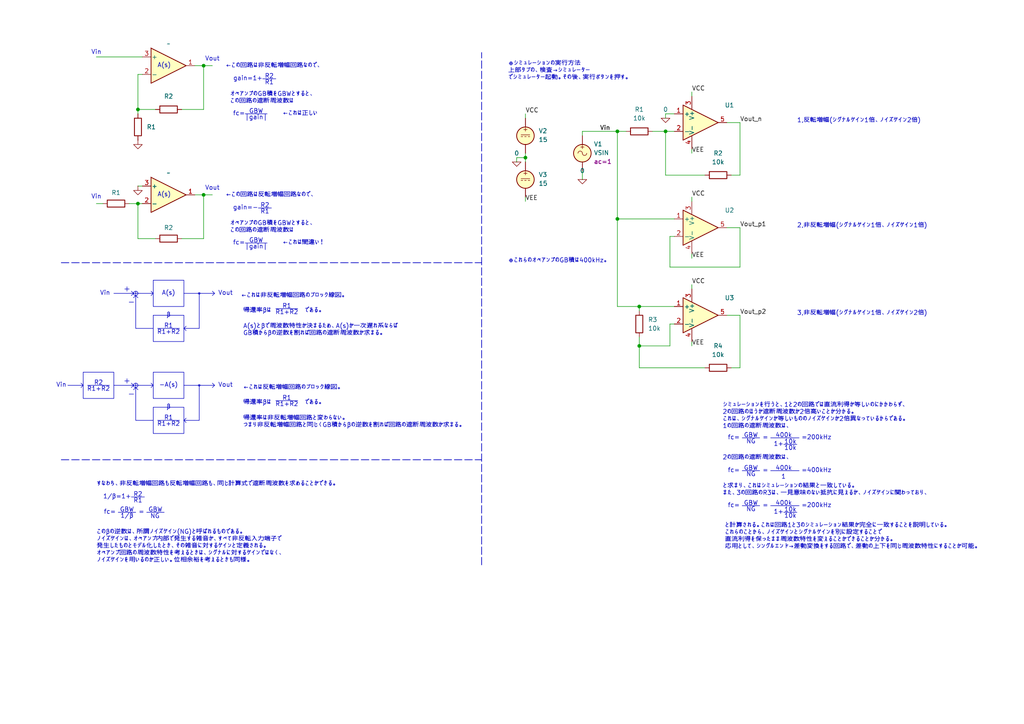
<source format=kicad_sch>
(kicad_sch
	(version 20231120)
	(generator "eeschema")
	(generator_version "8.0")
	(uuid "0b1f85aa-f672-48e5-b810-97fe93845902")
	(paper "A4")
	(title_block
		(title "GB積とノイズゲイン")
		(date "2024-04-19")
		(rev "1")
		(company "ice458")
	)
	(lib_symbols
		(symbol "Amplifier_Operational:NJM4558"
			(pin_names
				(offset 0.127)
			)
			(exclude_from_sim no)
			(in_bom yes)
			(on_board yes)
			(property "Reference" "U"
				(at 0 5.08 0)
				(effects
					(font
						(size 1.27 1.27)
					)
					(justify left)
				)
			)
			(property "Value" "NJM4558"
				(at 0 -5.08 0)
				(effects
					(font
						(size 1.27 1.27)
					)
					(justify left)
				)
			)
			(property "Footprint" ""
				(at 0 0 0)
				(effects
					(font
						(size 1.27 1.27)
					)
					(hide yes)
				)
			)
			(property "Datasheet" "http://www.njr.com/semicon/PDF/NJM4558_NJM4559_E.pdf"
				(at 0 0 0)
				(effects
					(font
						(size 1.27 1.27)
					)
					(hide yes)
				)
			)
			(property "Description" "Dual Operational Amplifier, DIP-8/DMP-8/SIP-8/SOP-8/SSOP-8"
				(at 0 0 0)
				(effects
					(font
						(size 1.27 1.27)
					)
					(hide yes)
				)
			)
			(property "ki_locked" ""
				(at 0 0 0)
				(effects
					(font
						(size 1.27 1.27)
					)
				)
			)
			(property "ki_keywords" "dual opamp"
				(at 0 0 0)
				(effects
					(font
						(size 1.27 1.27)
					)
					(hide yes)
				)
			)
			(property "ki_fp_filters" "SOIC*3.9x4.9mm*P1.27mm* DIP*W7.62mm* TO*99* OnSemi*Micro8* TSSOP*3x3mm*P0.65mm* TSSOP*4.4x3mm*P0.65mm* MSOP*3x3mm*P0.65mm* SSOP*3.9x4.9mm*P0.635mm* LFCSP*2x2mm*P0.5mm* *SIP* SOIC*5.3x6.2mm*P1.27mm*"
				(at 0 0 0)
				(effects
					(font
						(size 1.27 1.27)
					)
					(hide yes)
				)
			)
			(symbol "NJM4558_1_1"
				(polyline
					(pts
						(xy -5.08 5.08) (xy 5.08 0) (xy -5.08 -5.08) (xy -5.08 5.08)
					)
					(stroke
						(width 0.254)
						(type default)
					)
					(fill
						(type background)
					)
				)
				(pin output line
					(at 7.62 0 180)
					(length 2.54)
					(name "~"
						(effects
							(font
								(size 1.27 1.27)
							)
						)
					)
					(number "1"
						(effects
							(font
								(size 1.27 1.27)
							)
						)
					)
				)
				(pin input line
					(at -7.62 -2.54 0)
					(length 2.54)
					(name "-"
						(effects
							(font
								(size 1.27 1.27)
							)
						)
					)
					(number "2"
						(effects
							(font
								(size 1.27 1.27)
							)
						)
					)
				)
				(pin input line
					(at -7.62 2.54 0)
					(length 2.54)
					(name "+"
						(effects
							(font
								(size 1.27 1.27)
							)
						)
					)
					(number "3"
						(effects
							(font
								(size 1.27 1.27)
							)
						)
					)
				)
			)
			(symbol "NJM4558_2_1"
				(polyline
					(pts
						(xy -5.08 5.08) (xy 5.08 0) (xy -5.08 -5.08) (xy -5.08 5.08)
					)
					(stroke
						(width 0.254)
						(type default)
					)
					(fill
						(type background)
					)
				)
				(pin input line
					(at -7.62 2.54 0)
					(length 2.54)
					(name "+"
						(effects
							(font
								(size 1.27 1.27)
							)
						)
					)
					(number "5"
						(effects
							(font
								(size 1.27 1.27)
							)
						)
					)
				)
				(pin input line
					(at -7.62 -2.54 0)
					(length 2.54)
					(name "-"
						(effects
							(font
								(size 1.27 1.27)
							)
						)
					)
					(number "6"
						(effects
							(font
								(size 1.27 1.27)
							)
						)
					)
				)
				(pin output line
					(at 7.62 0 180)
					(length 2.54)
					(name "~"
						(effects
							(font
								(size 1.27 1.27)
							)
						)
					)
					(number "7"
						(effects
							(font
								(size 1.27 1.27)
							)
						)
					)
				)
			)
			(symbol "NJM4558_3_1"
				(pin power_in line
					(at -2.54 -7.62 90)
					(length 3.81)
					(name "V-"
						(effects
							(font
								(size 1.27 1.27)
							)
						)
					)
					(number "4"
						(effects
							(font
								(size 1.27 1.27)
							)
						)
					)
				)
				(pin power_in line
					(at -2.54 7.62 270)
					(length 3.81)
					(name "V+"
						(effects
							(font
								(size 1.27 1.27)
							)
						)
					)
					(number "8"
						(effects
							(font
								(size 1.27 1.27)
							)
						)
					)
				)
			)
		)
		(symbol "Device:R"
			(pin_numbers hide)
			(pin_names
				(offset 0)
			)
			(exclude_from_sim no)
			(in_bom yes)
			(on_board yes)
			(property "Reference" "R"
				(at 2.032 0 90)
				(effects
					(font
						(size 1.27 1.27)
					)
				)
			)
			(property "Value" "R"
				(at 0 0 90)
				(effects
					(font
						(size 1.27 1.27)
					)
				)
			)
			(property "Footprint" ""
				(at -1.778 0 90)
				(effects
					(font
						(size 1.27 1.27)
					)
					(hide yes)
				)
			)
			(property "Datasheet" "~"
				(at 0 0 0)
				(effects
					(font
						(size 1.27 1.27)
					)
					(hide yes)
				)
			)
			(property "Description" "Resistor"
				(at 0 0 0)
				(effects
					(font
						(size 1.27 1.27)
					)
					(hide yes)
				)
			)
			(property "ki_keywords" "R res resistor"
				(at 0 0 0)
				(effects
					(font
						(size 1.27 1.27)
					)
					(hide yes)
				)
			)
			(property "ki_fp_filters" "R_*"
				(at 0 0 0)
				(effects
					(font
						(size 1.27 1.27)
					)
					(hide yes)
				)
			)
			(symbol "R_0_1"
				(rectangle
					(start -1.016 -2.54)
					(end 1.016 2.54)
					(stroke
						(width 0.254)
						(type default)
					)
					(fill
						(type none)
					)
				)
			)
			(symbol "R_1_1"
				(pin passive line
					(at 0 3.81 270)
					(length 1.27)
					(name "~"
						(effects
							(font
								(size 1.27 1.27)
							)
						)
					)
					(number "1"
						(effects
							(font
								(size 1.27 1.27)
							)
						)
					)
				)
				(pin passive line
					(at 0 -3.81 90)
					(length 1.27)
					(name "~"
						(effects
							(font
								(size 1.27 1.27)
							)
						)
					)
					(number "2"
						(effects
							(font
								(size 1.27 1.27)
							)
						)
					)
				)
			)
		)
		(symbol "Simulation_SPICE:0"
			(power)
			(pin_numbers hide)
			(pin_names
				(offset 0) hide)
			(exclude_from_sim no)
			(in_bom yes)
			(on_board yes)
			(property "Reference" "#GND"
				(at 0 -5.08 0)
				(effects
					(font
						(size 1.27 1.27)
					)
					(hide yes)
				)
			)
			(property "Value" "0"
				(at 0 -2.54 0)
				(effects
					(font
						(size 1.27 1.27)
					)
				)
			)
			(property "Footprint" ""
				(at 0 0 0)
				(effects
					(font
						(size 1.27 1.27)
					)
					(hide yes)
				)
			)
			(property "Datasheet" "https://ngspice.sourceforge.io/docs/ngspice-html-manual/manual.xhtml#subsec_Circuit_elements__device"
				(at 0 -10.16 0)
				(effects
					(font
						(size 1.27 1.27)
					)
					(hide yes)
				)
			)
			(property "Description" "0V reference potential for simulation"
				(at 0 -7.62 0)
				(effects
					(font
						(size 1.27 1.27)
					)
					(hide yes)
				)
			)
			(property "ki_keywords" "simulation"
				(at 0 0 0)
				(effects
					(font
						(size 1.27 1.27)
					)
					(hide yes)
				)
			)
			(symbol "0_0_1"
				(polyline
					(pts
						(xy -1.27 0) (xy 0 -1.27) (xy 1.27 0) (xy -1.27 0)
					)
					(stroke
						(width 0)
						(type default)
					)
					(fill
						(type none)
					)
				)
			)
			(symbol "0_1_1"
				(pin power_in line
					(at 0 0 0)
					(length 0)
					(name "~"
						(effects
							(font
								(size 1.016 1.016)
							)
						)
					)
					(number "1"
						(effects
							(font
								(size 1.016 1.016)
							)
						)
					)
				)
			)
		)
		(symbol "Simulation_SPICE:OPAMP"
			(pin_names
				(offset 0.254)
			)
			(exclude_from_sim no)
			(in_bom yes)
			(on_board yes)
			(property "Reference" "U"
				(at 3.81 3.175 0)
				(effects
					(font
						(size 1.27 1.27)
					)
					(justify left)
				)
			)
			(property "Value" "${SIM.PARAMS}"
				(at 3.81 -3.175 0)
				(effects
					(font
						(size 1.27 1.27)
					)
					(justify left)
				)
			)
			(property "Footprint" ""
				(at 0 0 0)
				(effects
					(font
						(size 1.27 1.27)
					)
					(hide yes)
				)
			)
			(property "Datasheet" "https://ngspice.sourceforge.io/docs/ngspice-html-manual/manual.xhtml#sec__SUBCKT_Subcircuits"
				(at 0 0 0)
				(effects
					(font
						(size 1.27 1.27)
					)
					(hide yes)
				)
			)
			(property "Description" "Operational amplifier, single, node sequence=1:+ 2:- 3:OUT 4:V+ 5:V-"
				(at 0 0 0)
				(effects
					(font
						(size 1.27 1.27)
					)
					(hide yes)
				)
			)
			(property "Sim.Pins" "1=in+ 2=in- 3=vcc 4=vee 5=out"
				(at 0 0 0)
				(effects
					(font
						(size 1.27 1.27)
					)
					(hide yes)
				)
			)
			(property "Sim.Device" "SUBCKT"
				(at 0 0 0)
				(effects
					(font
						(size 1.27 1.27)
					)
					(justify left)
					(hide yes)
				)
			)
			(property "Sim.Library" "${KICAD7_SYMBOL_DIR}/Simulation_SPICE.sp"
				(at 0 0 0)
				(effects
					(font
						(size 1.27 1.27)
					)
					(hide yes)
				)
			)
			(property "Sim.Name" "kicad_builtin_opamp"
				(at 0 0 0)
				(effects
					(font
						(size 1.27 1.27)
					)
					(hide yes)
				)
			)
			(property "ki_keywords" "simulation"
				(at 0 0 0)
				(effects
					(font
						(size 1.27 1.27)
					)
					(hide yes)
				)
			)
			(symbol "OPAMP_0_1"
				(polyline
					(pts
						(xy 5.08 0) (xy -5.08 5.08) (xy -5.08 -5.08) (xy 5.08 0)
					)
					(stroke
						(width 0.254)
						(type default)
					)
					(fill
						(type background)
					)
				)
			)
			(symbol "OPAMP_1_1"
				(pin input line
					(at -7.62 2.54 0)
					(length 2.54)
					(name "+"
						(effects
							(font
								(size 1.27 1.27)
							)
						)
					)
					(number "1"
						(effects
							(font
								(size 1.27 1.27)
							)
						)
					)
				)
				(pin input line
					(at -7.62 -2.54 0)
					(length 2.54)
					(name "-"
						(effects
							(font
								(size 1.27 1.27)
							)
						)
					)
					(number "2"
						(effects
							(font
								(size 1.27 1.27)
							)
						)
					)
				)
				(pin power_in line
					(at -2.54 7.62 270)
					(length 3.81)
					(name "V+"
						(effects
							(font
								(size 1.27 1.27)
							)
						)
					)
					(number "3"
						(effects
							(font
								(size 1.27 1.27)
							)
						)
					)
				)
				(pin power_in line
					(at -2.54 -7.62 90)
					(length 3.81)
					(name "V-"
						(effects
							(font
								(size 1.27 1.27)
							)
						)
					)
					(number "4"
						(effects
							(font
								(size 1.27 1.27)
							)
						)
					)
				)
				(pin output line
					(at 7.62 0 180)
					(length 2.54)
					(name "~"
						(effects
							(font
								(size 1.27 1.27)
							)
						)
					)
					(number "5"
						(effects
							(font
								(size 1.27 1.27)
							)
						)
					)
				)
			)
		)
		(symbol "Simulation_SPICE:VDC"
			(pin_numbers hide)
			(pin_names
				(offset 0.0254)
			)
			(exclude_from_sim no)
			(in_bom yes)
			(on_board yes)
			(property "Reference" "V"
				(at 2.54 2.54 0)
				(effects
					(font
						(size 1.27 1.27)
					)
					(justify left)
				)
			)
			(property "Value" "1"
				(at 2.54 0 0)
				(effects
					(font
						(size 1.27 1.27)
					)
					(justify left)
				)
			)
			(property "Footprint" ""
				(at 0 0 0)
				(effects
					(font
						(size 1.27 1.27)
					)
					(hide yes)
				)
			)
			(property "Datasheet" "https://ngspice.sourceforge.io/docs/ngspice-html-manual/manual.xhtml#sec_Independent_Sources_for"
				(at 0 0 0)
				(effects
					(font
						(size 1.27 1.27)
					)
					(hide yes)
				)
			)
			(property "Description" "Voltage source, DC"
				(at 0 0 0)
				(effects
					(font
						(size 1.27 1.27)
					)
					(hide yes)
				)
			)
			(property "Sim.Pins" "1=+ 2=-"
				(at 0 0 0)
				(effects
					(font
						(size 1.27 1.27)
					)
					(hide yes)
				)
			)
			(property "Sim.Type" "DC"
				(at 0 0 0)
				(effects
					(font
						(size 1.27 1.27)
					)
					(hide yes)
				)
			)
			(property "Sim.Device" "V"
				(at 0 0 0)
				(effects
					(font
						(size 1.27 1.27)
					)
					(justify left)
					(hide yes)
				)
			)
			(property "ki_keywords" "simulation"
				(at 0 0 0)
				(effects
					(font
						(size 1.27 1.27)
					)
					(hide yes)
				)
			)
			(symbol "VDC_0_0"
				(polyline
					(pts
						(xy -1.27 0.254) (xy 1.27 0.254)
					)
					(stroke
						(width 0)
						(type default)
					)
					(fill
						(type none)
					)
				)
				(polyline
					(pts
						(xy -0.762 -0.254) (xy -1.27 -0.254)
					)
					(stroke
						(width 0)
						(type default)
					)
					(fill
						(type none)
					)
				)
				(polyline
					(pts
						(xy 0.254 -0.254) (xy -0.254 -0.254)
					)
					(stroke
						(width 0)
						(type default)
					)
					(fill
						(type none)
					)
				)
				(polyline
					(pts
						(xy 1.27 -0.254) (xy 0.762 -0.254)
					)
					(stroke
						(width 0)
						(type default)
					)
					(fill
						(type none)
					)
				)
				(text "+"
					(at 0 1.905 0)
					(effects
						(font
							(size 1.27 1.27)
						)
					)
				)
			)
			(symbol "VDC_0_1"
				(circle
					(center 0 0)
					(radius 2.54)
					(stroke
						(width 0.254)
						(type default)
					)
					(fill
						(type background)
					)
				)
			)
			(symbol "VDC_1_1"
				(pin passive line
					(at 0 5.08 270)
					(length 2.54)
					(name "~"
						(effects
							(font
								(size 1.27 1.27)
							)
						)
					)
					(number "1"
						(effects
							(font
								(size 1.27 1.27)
							)
						)
					)
				)
				(pin passive line
					(at 0 -5.08 90)
					(length 2.54)
					(name "~"
						(effects
							(font
								(size 1.27 1.27)
							)
						)
					)
					(number "2"
						(effects
							(font
								(size 1.27 1.27)
							)
						)
					)
				)
			)
		)
		(symbol "Simulation_SPICE:VSIN"
			(pin_numbers hide)
			(pin_names
				(offset 0.0254)
			)
			(exclude_from_sim no)
			(in_bom yes)
			(on_board yes)
			(property "Reference" "V"
				(at 2.54 2.54 0)
				(effects
					(font
						(size 1.27 1.27)
					)
					(justify left)
				)
			)
			(property "Value" "VSIN"
				(at 2.54 0 0)
				(effects
					(font
						(size 1.27 1.27)
					)
					(justify left)
				)
			)
			(property "Footprint" ""
				(at 0 0 0)
				(effects
					(font
						(size 1.27 1.27)
					)
					(hide yes)
				)
			)
			(property "Datasheet" "https://ngspice.sourceforge.io/docs/ngspice-html-manual/manual.xhtml#sec_Independent_Sources_for"
				(at 0 0 0)
				(effects
					(font
						(size 1.27 1.27)
					)
					(hide yes)
				)
			)
			(property "Description" "Voltage source, sinusoidal"
				(at 0 0 0)
				(effects
					(font
						(size 1.27 1.27)
					)
					(hide yes)
				)
			)
			(property "Sim.Pins" "1=+ 2=-"
				(at 0 0 0)
				(effects
					(font
						(size 1.27 1.27)
					)
					(hide yes)
				)
			)
			(property "Sim.Params" "dc=0 ampl=1 f=1k ac=1"
				(at 2.54 -2.54 0)
				(effects
					(font
						(size 1.27 1.27)
					)
					(justify left)
				)
			)
			(property "Sim.Type" "SIN"
				(at 0 0 0)
				(effects
					(font
						(size 1.27 1.27)
					)
					(hide yes)
				)
			)
			(property "Sim.Device" "V"
				(at 0 0 0)
				(effects
					(font
						(size 1.27 1.27)
					)
					(justify left)
					(hide yes)
				)
			)
			(property "ki_keywords" "simulation ac vac"
				(at 0 0 0)
				(effects
					(font
						(size 1.27 1.27)
					)
					(hide yes)
				)
			)
			(symbol "VSIN_0_0"
				(arc
					(start 0 0)
					(mid -0.635 0.6323)
					(end -1.27 0)
					(stroke
						(width 0)
						(type default)
					)
					(fill
						(type none)
					)
				)
				(arc
					(start 0 0)
					(mid 0.635 -0.6323)
					(end 1.27 0)
					(stroke
						(width 0)
						(type default)
					)
					(fill
						(type none)
					)
				)
				(text "+"
					(at 0 1.905 0)
					(effects
						(font
							(size 1.27 1.27)
						)
					)
				)
			)
			(symbol "VSIN_0_1"
				(circle
					(center 0 0)
					(radius 2.54)
					(stroke
						(width 0.254)
						(type default)
					)
					(fill
						(type background)
					)
				)
			)
			(symbol "VSIN_1_1"
				(pin passive line
					(at 0 5.08 270)
					(length 2.54)
					(name "~"
						(effects
							(font
								(size 1.27 1.27)
							)
						)
					)
					(number "1"
						(effects
							(font
								(size 1.27 1.27)
							)
						)
					)
				)
				(pin passive line
					(at 0 -5.08 90)
					(length 2.54)
					(name "~"
						(effects
							(font
								(size 1.27 1.27)
							)
						)
					)
					(number "2"
						(effects
							(font
								(size 1.27 1.27)
							)
						)
					)
				)
			)
		)
		(symbol "power:GND"
			(power)
			(pin_numbers hide)
			(pin_names
				(offset 0) hide)
			(exclude_from_sim no)
			(in_bom yes)
			(on_board yes)
			(property "Reference" "#PWR"
				(at 0 -6.35 0)
				(effects
					(font
						(size 1.27 1.27)
					)
					(hide yes)
				)
			)
			(property "Value" "GND"
				(at 0 -3.81 0)
				(effects
					(font
						(size 1.27 1.27)
					)
				)
			)
			(property "Footprint" ""
				(at 0 0 0)
				(effects
					(font
						(size 1.27 1.27)
					)
					(hide yes)
				)
			)
			(property "Datasheet" ""
				(at 0 0 0)
				(effects
					(font
						(size 1.27 1.27)
					)
					(hide yes)
				)
			)
			(property "Description" "Power symbol creates a global label with name \"GND\" , ground"
				(at 0 0 0)
				(effects
					(font
						(size 1.27 1.27)
					)
					(hide yes)
				)
			)
			(property "ki_keywords" "global power"
				(at 0 0 0)
				(effects
					(font
						(size 1.27 1.27)
					)
					(hide yes)
				)
			)
			(symbol "GND_0_1"
				(polyline
					(pts
						(xy 0 0) (xy 0 -1.27) (xy 1.27 -1.27) (xy 0 -2.54) (xy -1.27 -1.27) (xy 0 -1.27)
					)
					(stroke
						(width 0)
						(type default)
					)
					(fill
						(type none)
					)
				)
			)
			(symbol "GND_1_1"
				(pin power_in line
					(at 0 0 270)
					(length 0)
					(name "~"
						(effects
							(font
								(size 1.27 1.27)
							)
						)
					)
					(number "1"
						(effects
							(font
								(size 1.27 1.27)
							)
						)
					)
				)
			)
		)
	)
	(junction
		(at 59.055 19.05)
		(diameter 0)
		(color 0 0 0 0)
		(uuid "044d51b8-c995-4c90-b7ec-e175781d4eaf")
	)
	(junction
		(at 40.005 31.75)
		(diameter 0)
		(color 0 0 0 0)
		(uuid "3a558a3d-9ab9-4aa5-87bd-f5342ee50b38")
	)
	(junction
		(at 152.4 45.72)
		(diameter 0)
		(color 0 0 0 0)
		(uuid "3fe233ce-610a-4959-b00a-5672782921ea")
	)
	(junction
		(at 59.055 56.515)
		(diameter 0)
		(color 0 0 0 0)
		(uuid "477a83a9-be33-4273-a377-e70feda417bb")
	)
	(junction
		(at 193.04 38.1)
		(diameter 0)
		(color 0 0 0 0)
		(uuid "593a4788-74de-45f2-b636-399b11736ba3")
	)
	(junction
		(at 185.42 88.9)
		(diameter 0)
		(color 0 0 0 0)
		(uuid "9b5a8944-cf86-4bee-975a-8280a0f4950e")
	)
	(junction
		(at 40.005 59.055)
		(diameter 0)
		(color 0 0 0 0)
		(uuid "aabb4fd1-4a78-4f6e-a3ce-0a6dc9662df5")
	)
	(junction
		(at 179.07 38.1)
		(diameter 0)
		(color 0 0 0 0)
		(uuid "d91027f7-c26e-46a2-a89e-f5c4219ed13a")
	)
	(junction
		(at 185.42 100.33)
		(diameter 0)
		(color 0 0 0 0)
		(uuid "e65abc5a-04f7-407f-a489-46d0843dd228")
	)
	(junction
		(at 179.07 63.5)
		(diameter 0)
		(color 0 0 0 0)
		(uuid "f2d835d6-c53f-4962-93c7-8a5659e23505")
	)
	(polyline
		(pts
			(xy 71.12 70.485) (xy 77.47 70.485)
		)
		(stroke
			(width 0)
			(type default)
		)
		(uuid "003dd72a-0364-4f22-976b-98cce637cddf")
	)
	(wire
		(pts
			(xy 152.4 58.42) (xy 152.4 57.15)
		)
		(stroke
			(width 0)
			(type default)
		)
		(uuid "01abe6d8-e70a-4514-92a9-7feba8d8dac4")
	)
	(polyline
		(pts
			(xy 61.595 111.125) (xy 62.23 111.76)
		)
		(stroke
			(width 0)
			(type default)
		)
		(uuid "061bf410-2af3-4d4b-a18e-b85be7d57361")
	)
	(wire
		(pts
			(xy 200.66 73.66) (xy 200.66 74.93)
		)
		(stroke
			(width 0)
			(type default)
		)
		(uuid "094ded11-9bf0-4cb0-8ce9-d553316685a5")
	)
	(wire
		(pts
			(xy 179.07 38.1) (xy 181.61 38.1)
		)
		(stroke
			(width 0)
			(type default)
		)
		(uuid "0bd5b86e-3606-41cf-bc1f-99c6d4118135")
	)
	(wire
		(pts
			(xy 168.91 38.1) (xy 168.91 39.37)
		)
		(stroke
			(width 0)
			(type default)
		)
		(uuid "0d8b3ab5-2adb-4b0a-b964-2eb25434ec3b")
	)
	(polyline
		(pts
			(xy 61.595 85.725) (xy 62.23 85.09)
		)
		(stroke
			(width 0)
			(type default)
		)
		(uuid "0e19d809-a3b1-409a-8311-176f463d7903")
	)
	(polyline
		(pts
			(xy 71.12 33.02) (xy 77.47 33.02)
		)
		(stroke
			(width 0)
			(type default)
		)
		(uuid "0f472ba3-8c2f-4818-8a44-928eef57d88b")
	)
	(wire
		(pts
			(xy 194.31 93.98) (xy 195.58 93.98)
		)
		(stroke
			(width 0)
			(type default)
		)
		(uuid "0fbcaf15-110f-400b-bf65-1c35fff20330")
	)
	(wire
		(pts
			(xy 185.42 106.68) (xy 204.47 106.68)
		)
		(stroke
			(width 0)
			(type default)
		)
		(uuid "103f0802-6387-48c4-a5c5-c5cd1cd50020")
	)
	(wire
		(pts
			(xy 152.4 46.99) (xy 152.4 45.72)
		)
		(stroke
			(width 0)
			(type default)
		)
		(uuid "105f10af-b114-46a3-87bf-407545084428")
	)
	(wire
		(pts
			(xy 212.09 50.8) (xy 214.63 50.8)
		)
		(stroke
			(width 0)
			(type default)
		)
		(uuid "10f9cab5-27cb-4feb-a898-18c3d1d306b7")
	)
	(wire
		(pts
			(xy 179.07 63.5) (xy 179.07 38.1)
		)
		(stroke
			(width 0)
			(type default)
		)
		(uuid "117a0790-d90c-4117-8ede-c36ccbf3d0da")
	)
	(wire
		(pts
			(xy 168.91 38.1) (xy 179.07 38.1)
		)
		(stroke
			(width 0)
			(type default)
		)
		(uuid "11c5e9a5-5dbd-4c0a-956b-16a768e56b53")
	)
	(polyline
		(pts
			(xy 227.33 128.905) (xy 231.14 128.905)
		)
		(stroke
			(width 0)
			(type default)
		)
		(uuid "12a87878-ba8b-4ee5-9082-4efe58029728")
	)
	(polyline
		(pts
			(xy 39.37 112.395) (xy 40.005 113.03)
		)
		(stroke
			(width 0)
			(type default)
		)
		(uuid "12fde90f-4d4d-4963-a538-2d3ed127f348")
	)
	(polyline
		(pts
			(xy 19.685 111.76) (xy 24.13 111.76)
		)
		(stroke
			(width 0)
			(type default)
		)
		(uuid "13099a6c-74a1-4f5f-a780-51579438f6e7")
	)
	(wire
		(pts
			(xy 37.465 59.055) (xy 40.005 59.055)
		)
		(stroke
			(width 0)
			(type default)
		)
		(uuid "156c73ed-92b1-4e2c-86b1-b839bb16d25f")
	)
	(wire
		(pts
			(xy 204.47 50.8) (xy 193.04 50.8)
		)
		(stroke
			(width 0)
			(type default)
		)
		(uuid "160a46fb-055b-40d8-9f25-50b337deb61b")
	)
	(wire
		(pts
			(xy 179.07 63.5) (xy 179.07 88.9)
		)
		(stroke
			(width 0)
			(type default)
		)
		(uuid "1ba91ab0-f47c-41e0-aebe-a605afa826e9")
	)
	(wire
		(pts
			(xy 56.515 19.05) (xy 59.055 19.05)
		)
		(stroke
			(width 0)
			(type default)
		)
		(uuid "1bd84faa-8c3d-496b-962e-cca15381bdbc")
	)
	(wire
		(pts
			(xy 40.005 31.75) (xy 45.085 31.75)
		)
		(stroke
			(width 0)
			(type default)
		)
		(uuid "1c018c6b-c717-47d0-a5f3-98ce10fe97be")
	)
	(polyline
		(pts
			(xy 38.1 111.125) (xy 38.735 111.76)
		)
		(stroke
			(width 0)
			(type default)
		)
		(uuid "1ce93eff-e358-4349-8fec-0bf0bd77bf50")
	)
	(wire
		(pts
			(xy 195.58 68.58) (xy 194.31 68.58)
		)
		(stroke
			(width 0)
			(type default)
		)
		(uuid "1e83b9e5-a8db-4af5-9909-efdad052ac16")
	)
	(wire
		(pts
			(xy 194.31 68.58) (xy 194.31 77.47)
		)
		(stroke
			(width 0)
			(type default)
		)
		(uuid "1edf5507-a47c-4167-83b7-ae60ea1d4f6e")
	)
	(polyline
		(pts
			(xy 40.005 85.09) (xy 44.45 85.09)
		)
		(stroke
			(width 0)
			(type default)
		)
		(uuid "1f816b58-df98-4a2c-8aae-0c3a22ff677b")
	)
	(polyline
		(pts
			(xy 53.34 121.92) (xy 53.975 121.285)
		)
		(stroke
			(width 0)
			(type default)
		)
		(uuid "1ff55c98-a684-441f-9677-abbe492fcd2a")
	)
	(polyline
		(pts
			(xy 39.37 85.725) (xy 39.37 95.25)
		)
		(stroke
			(width 0)
			(type default)
		)
		(uuid "25e805d7-3df9-4b75-bccb-c8cfa9eb7619")
	)
	(polyline
		(pts
			(xy 39.37 84.455) (xy 39.37 85.725)
		)
		(stroke
			(width 0)
			(type default)
		)
		(uuid "262ae081-c42d-434b-ac12-2489ef1e2b4a")
	)
	(polyline
		(pts
			(xy 43.815 112.395) (xy 44.45 111.76)
		)
		(stroke
			(width 0)
			(type default)
		)
		(uuid "26a1ee0c-c8ff-4ca1-ae29-38652cd08eee")
	)
	(polyline
		(pts
			(xy 53.34 95.25) (xy 53.975 95.885)
		)
		(stroke
			(width 0)
			(type default)
		)
		(uuid "26cc3689-422c-4d3a-990d-a198b424d621")
	)
	(wire
		(pts
			(xy 59.055 31.75) (xy 59.055 19.05)
		)
		(stroke
			(width 0)
			(type default)
		)
		(uuid "27d3e88b-83d8-4af0-8bca-71785fba97a6")
	)
	(polyline
		(pts
			(xy 38.735 86.36) (xy 39.37 85.725)
		)
		(stroke
			(width 0)
			(type default)
		)
		(uuid "2bab362e-0c20-45a7-9e15-75423f15a69e")
	)
	(polyline
		(pts
			(xy 223.52 127) (xy 231.775 127)
		)
		(stroke
			(width 0)
			(type default)
		)
		(uuid "2bc89a1c-012b-463b-a1b4-14da00cc43ef")
	)
	(wire
		(pts
			(xy 52.705 31.75) (xy 59.055 31.75)
		)
		(stroke
			(width 0)
			(type default)
		)
		(uuid "34902989-04eb-485f-b4a5-c215d67f71bb")
	)
	(polyline
		(pts
			(xy 38.1 112.395) (xy 38.735 111.76)
		)
		(stroke
			(width 0)
			(type default)
		)
		(uuid "34b94384-537a-4233-bb33-88c756b171f5")
	)
	(wire
		(pts
			(xy 185.42 90.17) (xy 185.42 88.9)
		)
		(stroke
			(width 0)
			(type default)
		)
		(uuid "35802b40-28df-42cf-8e58-1c31921b4675")
	)
	(polyline
		(pts
			(xy 80.01 89.535) (xy 86.36 89.535)
		)
		(stroke
			(width 0)
			(type default)
		)
		(uuid "376bd8a6-fd34-4121-a655-c64f16bcf716")
	)
	(polyline
		(pts
			(xy 215.265 146.685) (xy 220.345 146.685)
		)
		(stroke
			(width 0)
			(type default)
		)
		(uuid "3d34fae5-8cff-42f7-8c2a-f2651ebfda58")
	)
	(wire
		(pts
			(xy 200.66 26.67) (xy 200.66 27.94)
		)
		(stroke
			(width 0)
			(type default)
		)
		(uuid "3ef26b65-fc21-460f-9212-a2953d038b7e")
	)
	(wire
		(pts
			(xy 193.04 50.8) (xy 193.04 38.1)
		)
		(stroke
			(width 0)
			(type default)
		)
		(uuid "41911ef6-33fa-4e76-91f5-6bee5a70c20b")
	)
	(wire
		(pts
			(xy 194.31 100.33) (xy 185.42 100.33)
		)
		(stroke
			(width 0)
			(type default)
		)
		(uuid "42fd09cf-2e2e-40c4-9d6a-83aabf64b3bf")
	)
	(polyline
		(pts
			(xy 17.78 133.35) (xy 139.7 133.35)
		)
		(stroke
			(width 0.2)
			(type dash)
		)
		(uuid "4424a66f-f49a-49bf-b165-193101f9cdf3")
	)
	(polyline
		(pts
			(xy 23.495 112.395) (xy 24.13 111.76)
		)
		(stroke
			(width 0)
			(type default)
		)
		(uuid "44aa3072-3736-4408-9ff1-c75a9ec83767")
	)
	(polyline
		(pts
			(xy 53.34 85.09) (xy 57.785 85.09)
		)
		(stroke
			(width 0)
			(type default)
		)
		(uuid "44e76082-51dd-4787-97f2-6a8ec95f32e8")
	)
	(polyline
		(pts
			(xy 42.545 148.59) (xy 47.625 148.59)
		)
		(stroke
			(width 0)
			(type default)
		)
		(uuid "4515e25d-2d38-403d-9ec9-47df5c5bc539")
	)
	(wire
		(pts
			(xy 152.4 45.72) (xy 152.4 44.45)
		)
		(stroke
			(width 0)
			(type default)
		)
		(uuid "4b92c6b7-9dac-4f68-981d-921225504310")
	)
	(polyline
		(pts
			(xy 76.2 22.86) (xy 80.01 22.86)
		)
		(stroke
			(width 0)
			(type default)
		)
		(uuid "4d0eeb03-b3ad-460a-b695-8652c2692988")
	)
	(polyline
		(pts
			(xy 38.1 85.725) (xy 38.735 85.09)
		)
		(stroke
			(width 0)
			(type default)
		)
		(uuid "4fd6d6b2-edc0-4b46-a62a-39088ff48551")
	)
	(polyline
		(pts
			(xy 38.735 111.76) (xy 40.005 111.76)
		)
		(stroke
			(width 0)
			(type default)
		)
		(uuid "552c782d-0ade-497a-bfa0-ba5461607016")
	)
	(wire
		(pts
			(xy 149.86 46.99) (xy 149.86 45.72)
		)
		(stroke
			(width 0)
			(type default)
		)
		(uuid "55aedb35-4caf-412a-8533-da8f4ac172cc")
	)
	(polyline
		(pts
			(xy 39.37 121.92) (xy 44.45 121.92)
		)
		(stroke
			(width 0)
			(type default)
		)
		(uuid "5664d160-2484-40b3-9d33-23ed8d150fa7")
	)
	(polyline
		(pts
			(xy 39.37 112.395) (xy 39.37 121.92)
		)
		(stroke
			(width 0)
			(type default)
		)
		(uuid "621256fd-6075-456b-a751-d02a6e4a6b5b")
	)
	(wire
		(pts
			(xy 185.42 88.9) (xy 195.58 88.9)
		)
		(stroke
			(width 0)
			(type default)
		)
		(uuid "630ae027-53a6-45f7-bd74-2246fbc87dcd")
	)
	(wire
		(pts
			(xy 152.4 33.02) (xy 152.4 34.29)
		)
		(stroke
			(width 0)
			(type default)
		)
		(uuid "67733f4f-3bcf-41cc-9677-8bea2aa6a41d")
	)
	(polyline
		(pts
			(xy 40.005 111.76) (xy 44.45 111.76)
		)
		(stroke
			(width 0)
			(type default)
		)
		(uuid "6a222da7-2e38-4bb0-91d6-8813de87dd1a")
	)
	(polyline
		(pts
			(xy 227.33 148.59) (xy 231.14 148.59)
		)
		(stroke
			(width 0)
			(type default)
		)
		(uuid "6bcdc163-f4e3-40e3-b6fd-5d04c934a0ce")
	)
	(polyline
		(pts
			(xy 36.83 109.855) (xy 36.83 111.125)
		)
		(stroke
			(width 0)
			(type default)
		)
		(uuid "6dfebc6b-7c57-4fda-a87b-723533bb7594")
	)
	(polyline
		(pts
			(xy 139.7 163.83) (xy 139.7 15.24)
		)
		(stroke
			(width 0.2)
			(type dash)
		)
		(uuid "6edc9d34-9f69-459d-a9ea-4c844ca738e5")
	)
	(wire
		(pts
			(xy 185.42 100.33) (xy 185.42 97.79)
		)
		(stroke
			(width 0)
			(type default)
		)
		(uuid "70145df1-b946-4017-904c-4d473c666d5c")
	)
	(wire
		(pts
			(xy 210.82 66.04) (xy 214.63 66.04)
		)
		(stroke
			(width 0)
			(type default)
		)
		(uuid "73930f43-2cc9-4c37-b3ef-a13cad6ab7c1")
	)
	(polyline
		(pts
			(xy 223.52 136.525) (xy 231.775 136.525)
		)
		(stroke
			(width 0)
			(type default)
		)
		(uuid "747e9e8d-418d-46e7-b2d3-170ccb80771b")
	)
	(polyline
		(pts
			(xy 57.785 121.92) (xy 53.34 121.92)
		)
		(stroke
			(width 0)
			(type default)
		)
		(uuid "7685df58-aeef-45c0-a64e-f2d796f6555b")
	)
	(polyline
		(pts
			(xy 57.785 111.76) (xy 62.23 111.76)
		)
		(stroke
			(width 0)
			(type default)
		)
		(uuid "79c5d932-4e7a-448f-a6ff-8870585c9fcf")
	)
	(wire
		(pts
			(xy 40.005 69.215) (xy 45.085 69.215)
		)
		(stroke
			(width 0)
			(type default)
		)
		(uuid "7ac8736f-507b-4e8c-9739-7b0e0b4ceb03")
	)
	(polyline
		(pts
			(xy 38.1 84.455) (xy 38.735 85.09)
		)
		(stroke
			(width 0)
			(type default)
		)
		(uuid "7b7c8556-7ac1-44b3-a5a3-d8f9751e16f0")
	)
	(wire
		(pts
			(xy 189.23 38.1) (xy 193.04 38.1)
		)
		(stroke
			(width 0)
			(type default)
		)
		(uuid "7be3148c-462d-48b6-b6f5-d3f3d66d3d9a")
	)
	(wire
		(pts
			(xy 193.04 33.02) (xy 195.58 33.02)
		)
		(stroke
			(width 0)
			(type default)
		)
		(uuid "7c8aacdc-fe5a-429e-b879-f37cac56f0dd")
	)
	(polyline
		(pts
			(xy 37.465 87.63) (xy 38.735 87.63)
		)
		(stroke
			(width 0)
			(type default)
		)
		(uuid "856e1cf7-e7a5-4946-9e80-bedfb2acc752")
	)
	(wire
		(pts
			(xy 40.005 21.59) (xy 41.275 21.59)
		)
		(stroke
			(width 0)
			(type default)
		)
		(uuid "85eab7a7-04ab-4071-a142-c03e15013aaf")
	)
	(wire
		(pts
			(xy 27.94 59.055) (xy 29.845 59.055)
		)
		(stroke
			(width 0)
			(type default)
		)
		(uuid "86297e0e-a11a-4b9e-b592-d95f866e23af")
	)
	(wire
		(pts
			(xy 200.66 43.18) (xy 200.66 44.45)
		)
		(stroke
			(width 0)
			(type default)
		)
		(uuid "8cd66e97-9c68-44ea-b0ed-9ad6c925a6da")
	)
	(polyline
		(pts
			(xy 61.595 112.395) (xy 62.23 111.76)
		)
		(stroke
			(width 0)
			(type default)
		)
		(uuid "8d845ab0-06ff-49c9-83bc-5431ef59591b")
	)
	(polyline
		(pts
			(xy 45.72 95.25) (xy 52.07 95.25)
		)
		(stroke
			(width 0)
			(type default)
		)
		(uuid "8fbe5a3f-e1e1-4529-9b51-65b995cbdbf7")
	)
	(wire
		(pts
			(xy 185.42 106.68) (xy 185.42 100.33)
		)
		(stroke
			(width 0)
			(type default)
		)
		(uuid "91b60112-9299-4430-85e6-c6572d97490b")
	)
	(polyline
		(pts
			(xy 37.465 114.3) (xy 38.735 114.3)
		)
		(stroke
			(width 0)
			(type default)
		)
		(uuid "923721e2-aede-454f-b944-695f535fc5ac")
	)
	(polyline
		(pts
			(xy 43.815 84.455) (xy 44.45 85.09)
		)
		(stroke
			(width 0)
			(type default)
		)
		(uuid "92bed924-6952-4408-93e9-5db866f10b67")
	)
	(wire
		(pts
			(xy 193.04 38.1) (xy 195.58 38.1)
		)
		(stroke
			(width 0)
			(type default)
		)
		(uuid "94345fa7-82ae-44fe-a1b1-5ed171b1f487")
	)
	(wire
		(pts
			(xy 59.055 56.515) (xy 56.515 56.515)
		)
		(stroke
			(width 0)
			(type default)
		)
		(uuid "94d4b4be-f142-45fb-8edc-c84c648bda00")
	)
	(polyline
		(pts
			(xy 74.93 60.325) (xy 78.74 60.325)
		)
		(stroke
			(width 0)
			(type default)
		)
		(uuid "965b3c0c-cdc9-4840-b5f0-6aadb34349e3")
	)
	(wire
		(pts
			(xy 179.07 63.5) (xy 195.58 63.5)
		)
		(stroke
			(width 0)
			(type default)
		)
		(uuid "9a1be70e-1323-4166-9a67-e6207f76faae")
	)
	(polyline
		(pts
			(xy 17.78 76.2) (xy 139.7 76.2)
		)
		(stroke
			(width 0.2)
			(type dash)
		)
		(uuid "9a2f469c-e056-432d-86eb-12743de55f70")
	)
	(wire
		(pts
			(xy 200.66 57.15) (xy 200.66 58.42)
		)
		(stroke
			(width 0)
			(type default)
		)
		(uuid "9c1b40a4-cb35-4c35-836f-d0c70470dc6b")
	)
	(wire
		(pts
			(xy 214.63 50.8) (xy 214.63 35.56)
		)
		(stroke
			(width 0)
			(type default)
		)
		(uuid "9e3eaf0f-7344-4dc9-8835-b0ef913bb569")
	)
	(wire
		(pts
			(xy 168.91 49.53) (xy 168.91 52.07)
		)
		(stroke
			(width 0)
			(type default)
		)
		(uuid "a3fa1ce7-a445-47b4-94fb-766a4e6f9167")
	)
	(wire
		(pts
			(xy 40.005 53.975) (xy 41.275 53.975)
		)
		(stroke
			(width 0)
			(type default)
		)
		(uuid "a950e57a-c09b-47cb-a1f8-5df8b7116398")
	)
	(polyline
		(pts
			(xy 36.195 83.82) (xy 37.465 83.82)
		)
		(stroke
			(width 0)
			(type default)
		)
		(uuid "a9594b9f-a7e5-484f-b348-64a360e7b025")
	)
	(polyline
		(pts
			(xy 61.595 84.455) (xy 62.23 85.09)
		)
		(stroke
			(width 0)
			(type default)
		)
		(uuid "ab16a80b-277f-4f80-82a1-ca031cfbddcd")
	)
	(polyline
		(pts
			(xy 45.72 121.92) (xy 52.07 121.92)
		)
		(stroke
			(width 0)
			(type default)
		)
		(uuid "ac5fd189-dcbf-4e76-96a7-39d1631fcdd2")
	)
	(polyline
		(pts
			(xy 53.34 111.76) (xy 57.785 111.76)
		)
		(stroke
			(width 0)
			(type default)
		)
		(uuid "aca14abe-94c4-4c43-8e68-e3817c343aed")
	)
	(wire
		(pts
			(xy 214.63 106.68) (xy 214.63 91.44)
		)
		(stroke
			(width 0)
			(type default)
		)
		(uuid "ae85bcd5-0bdb-4b54-b8b4-8d1da103a04c")
	)
	(wire
		(pts
			(xy 59.055 69.215) (xy 59.055 56.515)
		)
		(stroke
			(width 0)
			(type default)
		)
		(uuid "b04234da-b5e0-458a-83db-cc16a8b0128b")
	)
	(polyline
		(pts
			(xy 43.815 111.125) (xy 44.45 111.76)
		)
		(stroke
			(width 0)
			(type default)
		)
		(uuid "b13b206e-06b5-497e-a208-1d7e420788ea")
	)
	(polyline
		(pts
			(xy 33.02 111.76) (xy 38.735 111.76)
		)
		(stroke
			(width 0)
			(type default)
		)
		(uuid "b165007c-3160-435b-a571-b11c5256573b")
	)
	(wire
		(pts
			(xy 194.31 77.47) (xy 214.63 77.47)
		)
		(stroke
			(width 0)
			(type default)
		)
		(uuid "b187fdd7-27fe-4aa9-86d1-59fc73185fb0")
	)
	(wire
		(pts
			(xy 59.055 56.515) (xy 61.595 56.515)
		)
		(stroke
			(width 0)
			(type default)
		)
		(uuid "b19ef53c-c8c6-4079-88e7-d991242d868b")
	)
	(wire
		(pts
			(xy 200.66 99.06) (xy 200.66 100.33)
		)
		(stroke
			(width 0)
			(type default)
		)
		(uuid "b268ff49-eab1-4595-8265-2b5025f54729")
	)
	(polyline
		(pts
			(xy 38.1 144.145) (xy 41.91 144.145)
		)
		(stroke
			(width 0)
			(type default)
		)
		(uuid "b4f2fdfb-a015-483b-8d66-5d0c7d86eeec")
	)
	(wire
		(pts
			(xy 27.94 16.51) (xy 41.275 16.51)
		)
		(stroke
			(width 0)
			(type default)
		)
		(uuid "b5a05fbc-aa5b-417b-b60a-d5c083cbf67c")
	)
	(wire
		(pts
			(xy 214.63 91.44) (xy 210.82 91.44)
		)
		(stroke
			(width 0)
			(type default)
		)
		(uuid "b71267c3-fa64-4b1c-bc88-5b8af439e109")
	)
	(wire
		(pts
			(xy 214.63 77.47) (xy 214.63 66.04)
		)
		(stroke
			(width 0)
			(type default)
		)
		(uuid "bfa0946e-ac2e-45c1-8d34-8a0c9d657d50")
	)
	(polyline
		(pts
			(xy 39.37 95.25) (xy 44.45 95.25)
		)
		(stroke
			(width 0)
			(type default)
		)
		(uuid "c21a61cf-1f2b-4914-8a69-993a4337caa9")
	)
	(wire
		(pts
			(xy 194.31 93.98) (xy 194.31 100.33)
		)
		(stroke
			(width 0)
			(type default)
		)
		(uuid "c2e3466f-30aa-43b4-9687-27e2151b602f")
	)
	(polyline
		(pts
			(xy 57.785 95.25) (xy 53.34 95.25)
		)
		(stroke
			(width 0)
			(type default)
		)
		(uuid "c622fde4-a451-4272-bfc8-2d4719712366")
	)
	(polyline
		(pts
			(xy 36.83 83.185) (xy 36.83 84.455)
		)
		(stroke
			(width 0)
			(type default)
		)
		(uuid "c6ad7e87-d907-402a-9a0f-6c1136481c2e")
	)
	(polyline
		(pts
			(xy 25.4 111.76) (xy 31.75 111.76)
		)
		(stroke
			(width 0)
			(type default)
		)
		(uuid "c73cc876-10bc-4916-ad37-f277a52fa354")
	)
	(polyline
		(pts
			(xy 57.785 85.09) (xy 57.785 95.25)
		)
		(stroke
			(width 0)
			(type default)
		)
		(uuid "ca53dff2-b878-4103-8019-676ecf85cca0")
	)
	(polyline
		(pts
			(xy 33.02 85.09) (xy 38.735 85.09)
		)
		(stroke
			(width 0)
			(type default)
		)
		(uuid "caae6d48-a113-41ee-9e52-46ad699a1d76")
	)
	(polyline
		(pts
			(xy 223.52 146.685) (xy 231.775 146.685)
		)
		(stroke
			(width 0)
			(type default)
		)
		(uuid "cb57c3f9-7153-4e26-aa8e-7f10295e312e")
	)
	(wire
		(pts
			(xy 214.63 35.56) (xy 210.82 35.56)
		)
		(stroke
			(width 0)
			(type default)
		)
		(uuid "cb6ae48d-3b30-4334-88e3-3c20dc7ea8c2")
	)
	(polyline
		(pts
			(xy 39.37 111.125) (xy 39.37 112.395)
		)
		(stroke
			(width 0)
			(type default)
		)
		(uuid "cd6c9832-8c78-4ef4-8100-f1918c25280c")
	)
	(wire
		(pts
			(xy 40.005 21.59) (xy 40.005 31.75)
		)
		(stroke
			(width 0)
			(type default)
		)
		(uuid "ce2e1062-f670-4e4c-9c1f-b122ab7fa290")
	)
	(polyline
		(pts
			(xy 38.735 113.03) (xy 39.37 112.395)
		)
		(stroke
			(width 0)
			(type default)
		)
		(uuid "ceec4cf0-e0b9-470b-8225-0ceb4757239d")
	)
	(polyline
		(pts
			(xy 23.495 111.125) (xy 24.13 111.76)
		)
		(stroke
			(width 0)
			(type default)
		)
		(uuid "d031a6de-8d92-4e25-a38d-8ddc011832ed")
	)
	(wire
		(pts
			(xy 40.005 33.02) (xy 40.005 31.75)
		)
		(stroke
			(width 0)
			(type default)
		)
		(uuid "d06ac83d-8948-4d23-9d97-4ecadcaeb23c")
	)
	(wire
		(pts
			(xy 149.86 45.72) (xy 152.4 45.72)
		)
		(stroke
			(width 0)
			(type default)
		)
		(uuid "d36276a4-de9c-43b5-9749-de4fdfc89156")
	)
	(wire
		(pts
			(xy 200.66 82.55) (xy 200.66 83.82)
		)
		(stroke
			(width 0)
			(type default)
		)
		(uuid "d4daad83-bea3-4158-bf0a-266e45170803")
	)
	(polyline
		(pts
			(xy 57.785 85.09) (xy 62.23 85.09)
		)
		(stroke
			(width 0)
			(type default)
		)
		(uuid "d5fb46ac-842e-4293-870d-f658b82cdfda")
	)
	(wire
		(pts
			(xy 193.04 34.29) (xy 193.04 33.02)
		)
		(stroke
			(width 0)
			(type default)
		)
		(uuid "d799c605-e724-4797-bba8-41e700edfb4d")
	)
	(wire
		(pts
			(xy 212.09 106.68) (xy 214.63 106.68)
		)
		(stroke
			(width 0)
			(type default)
		)
		(uuid "dc18b852-1433-49cb-bd40-5ab62eceb9aa")
	)
	(wire
		(pts
			(xy 40.005 59.055) (xy 41.275 59.055)
		)
		(stroke
			(width 0)
			(type default)
		)
		(uuid "e0675a10-3d9d-4507-bcbb-d09055f8f82b")
	)
	(polyline
		(pts
			(xy 215.265 136.525) (xy 220.345 136.525)
		)
		(stroke
			(width 0)
			(type default)
		)
		(uuid "e0856107-032a-45cb-aa3f-4f182f5880c2")
	)
	(wire
		(pts
			(xy 52.705 69.215) (xy 59.055 69.215)
		)
		(stroke
			(width 0)
			(type default)
		)
		(uuid "e10a67d6-3623-4597-9ed5-a01a838a556a")
	)
	(wire
		(pts
			(xy 59.055 19.05) (xy 61.595 19.05)
		)
		(stroke
			(width 0)
			(type default)
		)
		(uuid "e5ff6fdf-b351-40ac-8518-6b2bd016e428")
	)
	(polyline
		(pts
			(xy 38.735 85.09) (xy 40.005 85.09)
		)
		(stroke
			(width 0)
			(type default)
		)
		(uuid "e68fadd7-0753-44db-a4c6-5e04be95b5e0")
	)
	(polyline
		(pts
			(xy 53.34 95.25) (xy 53.975 94.615)
		)
		(stroke
			(width 0)
			(type default)
		)
		(uuid "e7d28122-7808-4626-9e35-889195eb169e")
	)
	(polyline
		(pts
			(xy 36.195 110.49) (xy 37.465 110.49)
		)
		(stroke
			(width 0)
			(type default)
		)
		(uuid "e8996f5d-21c2-44bd-8358-56d0378196c2")
	)
	(polyline
		(pts
			(xy 39.37 85.725) (xy 40.005 86.36)
		)
		(stroke
			(width 0)
			(type default)
		)
		(uuid "e92531b2-ee17-41d0-9f2a-49baad8b2999")
	)
	(polyline
		(pts
			(xy 57.785 111.76) (xy 57.785 121.92)
		)
		(stroke
			(width 0)
			(type default)
		)
		(uuid "eaa454eb-ce91-43ab-8e9a-0323b67c3576")
	)
	(wire
		(pts
			(xy 179.07 88.9) (xy 185.42 88.9)
		)
		(stroke
			(width 0)
			(type default)
		)
		(uuid "f6aec6cd-e880-423a-8a6a-77fdcbfe9cbf")
	)
	(polyline
		(pts
			(xy 80.01 116.205) (xy 86.36 116.205)
		)
		(stroke
			(width 0)
			(type default)
		)
		(uuid "f6f01107-3274-4e78-aaa9-26634955f2cb")
	)
	(polyline
		(pts
			(xy 34.29 148.59) (xy 39.37 148.59)
		)
		(stroke
			(width 0)
			(type default)
		)
		(uuid "fa5f5787-10e7-4286-9269-e2d3a8181eaa")
	)
	(polyline
		(pts
			(xy 43.815 85.725) (xy 44.45 85.09)
		)
		(stroke
			(width 0)
			(type default)
		)
		(uuid "fc802531-c494-4f04-a871-0e1149822679")
	)
	(polyline
		(pts
			(xy 53.34 121.92) (xy 53.975 122.555)
		)
		(stroke
			(width 0)
			(type default)
		)
		(uuid "fcebecb3-94a2-4ba2-bb4b-dd7ceccce20c")
	)
	(wire
		(pts
			(xy 40.005 59.055) (xy 40.005 69.215)
		)
		(stroke
			(width 0)
			(type default)
		)
		(uuid "ff251ecb-0825-4579-8577-a6cf5364701e")
	)
	(polyline
		(pts
			(xy 215.265 127) (xy 220.345 127)
		)
		(stroke
			(width 0)
			(type default)
		)
		(uuid "ffbbc01a-6890-412d-ad33-918d73fe75cb")
	)
	(rectangle
		(start 24.13 107.95)
		(end 33.02 115.57)
		(stroke
			(width 0)
			(type default)
		)
		(fill
			(type none)
		)
		(uuid 0e03d8d4-7009-48f8-a0cb-afa834705d7f)
	)
	(rectangle
		(start 44.45 107.95)
		(end 53.34 115.57)
		(stroke
			(width 0)
			(type default)
		)
		(fill
			(type none)
		)
		(uuid 1ec81a53-9a0a-4517-9d5d-14059e89a3a7)
	)
	(rectangle
		(start 44.45 118.11)
		(end 53.34 125.73)
		(stroke
			(width 0)
			(type default)
		)
		(fill
			(type none)
		)
		(uuid 25037553-7641-44a2-9c39-1c2b72ae808f)
	)
	(circle
		(center 57.785 85.09)
		(radius 0.254)
		(stroke
			(width 0)
			(type default)
		)
		(fill
			(type color)
			(color 0 0 0 0)
		)
		(uuid 43e7b02d-9be4-4861-bcf0-ed9bb7c660a3)
	)
	(circle
		(center 57.785 111.76)
		(radius 0.254)
		(stroke
			(width 0)
			(type default)
		)
		(fill
			(type color)
			(color 0 0 0 0)
		)
		(uuid 5aa5bbbc-6f0c-4a09-8024-5c9835e6d052)
	)
	(circle
		(center 39.37 85.09)
		(radius 0.635)
		(stroke
			(width 0)
			(type default)
		)
		(fill
			(type none)
		)
		(uuid 7a0f7f95-674a-4af5-8a90-caa216ccb662)
	)
	(circle
		(center 39.37 111.76)
		(radius 0.635)
		(stroke
			(width 0)
			(type default)
		)
		(fill
			(type none)
		)
		(uuid 878b6ace-ea34-4916-8481-76cd994be6d9)
	)
	(rectangle
		(start 44.45 91.44)
		(end 53.34 99.06)
		(stroke
			(width 0)
			(type default)
		)
		(fill
			(type none)
		)
		(uuid 89df0911-3fe8-4e9b-a66c-29a18bccb244)
	)
	(rectangle
		(start 44.45 81.28)
		(end 53.34 88.9)
		(stroke
			(width 0)
			(type default)
		)
		(fill
			(type none)
		)
		(uuid ef3820d7-ac21-4d7b-ae0d-aa0bb2bc908c)
	)
	(text "1,反転増幅(シグナルゲイン1倍、ノイズゲイン2倍)"
		(exclude_from_sim no)
		(at 231.14 34.29 0)
		(effects
			(font
				(size 1.27 1.27)
			)
			(justify left top)
		)
		(uuid "021369f9-1332-44a9-bca1-14ae6a030cfd")
	)
	(text "β"
		(exclude_from_sim no)
		(at 48.895 118.11 0)
		(effects
			(font
				(size 1.27 1.27)
			)
		)
		(uuid "03a9bd74-a0a8-433c-9cd6-2ee69b5a3a30")
	)
	(text "R1+R2"
		(exclude_from_sim no)
		(at 28.575 113.665 0)
		(effects
			(font
				(size 1.27 1.27)
			)
			(justify bottom)
		)
		(uuid "03f081a9-50ba-49f0-8362-a653f5fd6378")
	)
	(text "10k"
		(exclude_from_sim no)
		(at 229.235 128.27 0)
		(effects
			(font
				(size 1.27 1.27)
			)
		)
		(uuid "09086b06-6aa9-4c51-a489-8df858cd4afa")
	)
	(text "である。"
		(exclude_from_sim no)
		(at 88.265 116.84 0)
		(effects
			(font
				(size 1.27 1.27)
			)
			(justify left)
		)
		(uuid "0fd74d08-d8ef-4e8f-bc13-c8f7a85e1570")
	)
	(text "="
		(exclude_from_sim no)
		(at 222.885 136.525 0)
		(effects
			(font
				(size 1.27 1.27)
			)
			(justify right)
		)
		(uuid "156e311d-9e04-4613-a33b-f0659aafb690")
	)
	(text "Vin"
		(exclude_from_sim no)
		(at 30.48 85.09 0)
		(effects
			(font
				(size 1.27 1.27)
			)
		)
		(uuid "1ca43905-978d-41d0-8838-b2ef51c70eda")
	)
	(text "gain=-"
		(exclude_from_sim no)
		(at 74.93 60.325 0)
		(effects
			(font
				(size 1.27 1.27)
			)
			(justify right)
		)
		(uuid "1ce40d70-f958-4770-9f75-d917dc02f0e5")
	)
	(text "=200kHz"
		(exclude_from_sim no)
		(at 232.41 127 0)
		(effects
			(font
				(size 1.27 1.27)
			)
			(justify left)
		)
		(uuid "2674e1df-215a-4d46-bc85-e19e73ec5df1")
	)
	(text "400k"
		(exclude_from_sim no)
		(at 227.33 126.365 0)
		(effects
			(font
				(size 1.27 1.27)
			)
		)
		(uuid "2927a012-e9a0-4540-a82a-9d42742b525e")
	)
	(text "←この回路は反転増幅回路なので、"
		(exclude_from_sim no)
		(at 65.405 55.88 0)
		(effects
			(font
				(size 1.27 1.27)
			)
			(justify left top)
		)
		(uuid "2ae23b0e-e204-4e66-914f-a38c5f232836")
	)
	(text "Vin"
		(exclude_from_sim no)
		(at 27.94 57.15 0)
		(effects
			(font
				(size 1.27 1.27)
			)
		)
		(uuid "328c049f-0fba-41d7-a930-795ba96edfdd")
	)
	(text "R1"
		(exclude_from_sim no)
		(at 48.895 94.615 0)
		(effects
			(font
				(size 1.27 1.27)
			)
		)
		(uuid "33ae62f6-c236-40b1-ae45-be3dcd142783")
	)
	(text "R2"
		(exclude_from_sim no)
		(at 76.835 59.69 0)
		(effects
			(font
				(size 1.27 1.27)
			)
		)
		(uuid "33b8dd09-9fad-4935-be01-34f20f0bdfc2")
	)
	(text "10k"
		(exclude_from_sim no)
		(at 229.235 150.495 0)
		(effects
			(font
				(size 1.27 1.27)
			)
			(justify bottom)
		)
		(uuid "34fda9c3-6508-49ca-82a7-077c081c670a")
	)
	(text "1/β"
		(exclude_from_sim no)
		(at 36.83 150.495 0)
		(effects
			(font
				(size 1.27 1.27)
			)
			(justify bottom)
		)
		(uuid "3a1ce504-99c2-4ca1-868d-f182f0659b11")
	)
	(text "=200kHz"
		(exclude_from_sim no)
		(at 232.41 146.685 0)
		(effects
			(font
				(size 1.27 1.27)
			)
			(justify left)
		)
		(uuid "3d3bf99e-b99d-44c8-95be-e361ec2768cd")
	)
	(text "="
		(exclude_from_sim no)
		(at 41.91 148.59 0)
		(effects
			(font
				(size 1.27 1.27)
			)
			(justify right)
		)
		(uuid "3e730ab4-d3f6-4dfa-8d81-9b459fd94f23")
	)
	(text "※これらのオペアンプのGB積は400kHz。"
		(exclude_from_sim no)
		(at 147.32 74.93 0)
		(effects
			(font
				(size 1.27 1.27)
			)
			(justify left top)
		)
		(uuid "3eba1bd1-005d-4991-9d5a-2be962179540")
	)
	(text "シミュレーションを行うと、1と2の回路では直流利得が等しいのにかかわらず、\n2の回路のほうが遮断周波数が2倍高いことが分かる。\nこれは、シグナルゲインが等しいもののノイズゲインが2倍異なっているからである。\n1の回路の遮断周波数は、"
		(exclude_from_sim no)
		(at 209.55 116.84 0)
		(effects
			(font
				(size 1.27 1.27)
			)
			(justify left top)
		)
		(uuid "3ee1ba2c-735c-419d-a79f-e9c49341fee3")
	)
	(text "1+"
		(exclude_from_sim no)
		(at 382.905 99.695 0)
		(effects
			(font
				(size 1.27 1.27)
			)
			(justify right)
		)
		(uuid "4070a92c-cb2e-4703-af4f-ae80d26fdfda")
	)
	(text "R1+R2"
		(exclude_from_sim no)
		(at 83.185 91.44 0)
		(effects
			(font
				(size 1.27 1.27)
			)
			(justify bottom)
		)
		(uuid "42085834-5aa4-4d6b-b851-bcb42cb8888e")
	)
	(text "GBW"
		(exclude_from_sim no)
		(at 45.085 147.955 0)
		(effects
			(font
				(size 1.27 1.27)
			)
		)
		(uuid "42768a58-5a09-4853-a226-1b7dbce25565")
	)
	(text "Vout"
		(exclude_from_sim no)
		(at 65.405 111.76 0)
		(effects
			(font
				(size 1.27 1.27)
			)
		)
		(uuid "43278a41-e60d-4bc2-84b5-10f5723dc90f")
	)
	(text "β"
		(exclude_from_sim no)
		(at 48.895 91.44 0)
		(effects
			(font
				(size 1.27 1.27)
			)
		)
		(uuid "43c5fa0b-9d1a-4029-a705-4f4cb14adabd")
	)
	(text "Vout"
		(exclude_from_sim no)
		(at 61.595 17.145 0)
		(effects
			(font
				(size 1.27 1.27)
			)
		)
		(uuid "4989f9d3-f509-4d1e-8991-2782bf4cc482")
	)
	(text "と計算される。これは回路1と3のシミュレーション結果が完全に一致することを説明している。\nこれらのことから、ノイズゲインとシグナルゲインを別に設定することで\n直流利得を保ったまま周波数特性を変えることができることが分かる。\n応用として、シングルエンド→差動変換をする回路で、差動の上下を同じ周波数特性にすることが可能。"
		(exclude_from_sim no)
		(at 210.185 151.765 0)
		(effects
			(font
				(size 1.27 1.27)
			)
			(justify left top)
		)
		(uuid "4e9fe6a6-abef-4533-b67b-acbd39f446ec")
	)
	(text "R1"
		(exclude_from_sim no)
		(at 76.835 62.23 0)
		(effects
			(font
				(size 1.27 1.27)
			)
			(justify bottom)
		)
		(uuid "51a59438-b3fa-4744-aba9-efb4c2f055e1")
	)
	(text "10k"
		(exclude_from_sim no)
		(at 229.235 147.955 0)
		(effects
			(font
				(size 1.27 1.27)
			)
		)
		(uuid "559da44c-9a1f-40e5-8d96-79efe3cde579")
	)
	(text "fc="
		(exclude_from_sim no)
		(at 71.12 70.485 0)
		(effects
			(font
				(size 1.27 1.27)
			)
			(justify right)
		)
		(uuid "56f8bbba-e518-4fcc-8653-171b71dcd717")
	)
	(text "="
		(exclude_from_sim no)
		(at 222.885 127 0)
		(effects
			(font
				(size 1.27 1.27)
			)
			(justify right)
		)
		(uuid "57a7f507-a7f5-41f4-8fbe-975a939b8088")
	)
	(text "Vin"
		(exclude_from_sim no)
		(at 27.94 15.24 0)
		(effects
			(font
				(size 1.27 1.27)
			)
		)
		(uuid "597d88b2-be26-4e3c-bb5e-806b9634cbde")
	)
	(text "R1"
		(exclude_from_sim no)
		(at 40.005 146.05 0)
		(effects
			(font
				(size 1.27 1.27)
			)
			(justify bottom)
		)
		(uuid "59afe2ed-3b01-4662-81a7-dd614603219c")
	)
	(text "gain=1+"
		(exclude_from_sim no)
		(at 76.2 22.86 0)
		(effects
			(font
				(size 1.27 1.27)
			)
			(justify right)
		)
		(uuid "59bf3ef9-b535-4b68-82b8-e4ae952ebfcf")
	)
	(text "A(s)"
		(exclude_from_sim no)
		(at 48.895 85.09 0)
		(effects
			(font
				(size 1.27 1.27)
			)
		)
		(uuid "642c29ef-a923-4e94-b0b4-66aa5fcef452")
	)
	(text "R1"
		(exclude_from_sim no)
		(at 78.105 24.765 0)
		(effects
			(font
				(size 1.27 1.27)
			)
			(justify bottom)
		)
		(uuid "65f1d92c-1662-40d1-9940-3a81c18db0dc")
	)
	(text "400k"
		(exclude_from_sim no)
		(at 227.33 135.89 0)
		(effects
			(font
				(size 1.27 1.27)
			)
		)
		(uuid "68d1da2f-8322-4796-899b-04ac0b0af757")
	)
	(text "="
		(exclude_from_sim no)
		(at 222.885 146.685 0)
		(effects
			(font
				(size 1.27 1.27)
			)
			(justify right)
		)
		(uuid "6a6b956e-dd68-4b53-b3a3-7fbbf41f12f6")
	)
	(text "fc="
		(exclude_from_sim no)
		(at 214.63 127 0)
		(effects
			(font
				(size 1.27 1.27)
			)
			(justify right)
		)
		(uuid "6fc034c3-f3ee-44ac-b941-100dc7baf884")
	)
	(text "帰還率βは"
		(exclude_from_sim no)
		(at 70.485 116.84 0)
		(effects
			(font
				(size 1.27 1.27)
			)
			(justify left)
		)
		(uuid "723952b7-da32-4678-b8b6-b2c65d11d083")
	)
	(text "3,非反転増幅(シグナルゲイン1倍、ノイズゲイン2倍)"
		(exclude_from_sim no)
		(at 231.14 90.17 0)
		(effects
			(font
				(size 1.27 1.27)
			)
			(justify left top)
		)
		(uuid "72dc45da-1056-4c3d-aa5a-59c27dc92cdd")
	)
	(text "R1"
		(exclude_from_sim no)
		(at 83.185 115.57 0)
		(effects
			(font
				(size 1.27 1.27)
			)
		)
		(uuid "75b29b89-a143-4845-8952-e2a76f59161a")
	)
	(text "オペアンプのGB積をGBWとすると、\nこの回路の遮断周波数は\n"
		(exclude_from_sim no)
		(at 66.675 26.67 0)
		(effects
			(font
				(size 1.27 1.27)
			)
			(justify left top)
		)
		(uuid "792299dc-f0fe-4d12-b1b4-b12e28787ec3")
	)
	(text "NG"
		(exclude_from_sim no)
		(at 217.805 128.905 0)
		(effects
			(font
				(size 1.27 1.27)
			)
			(justify bottom)
		)
		(uuid "7a09617e-eb66-4a9e-a136-a700bc82a400")
	)
	(text "GBW"
		(exclude_from_sim no)
		(at 74.295 32.385 0)
		(effects
			(font
				(size 1.27 1.27)
			)
		)
		(uuid "7fbc799c-f3da-4131-a655-64a3cd446950")
	)
	(text "と求まり、これはシミュレーションの結果と一致している。\nまた、3の回路のR3は、一見意味のない抵抗に見えるが、ノイズゲインに関わっており、"
		(exclude_from_sim no)
		(at 209.55 140.335 0)
		(effects
			(font
				(size 1.27 1.27)
			)
			(justify left top)
		)
		(uuid "8257bbe5-754d-4561-9efb-8aa8a8095f5f")
	)
	(text "1+"
		(exclude_from_sim no)
		(at 227.33 148.59 0)
		(effects
			(font
				(size 1.27 1.27)
			)
			(justify right)
		)
		(uuid "84f50c64-7535-4e4a-943f-2198d19e6fee")
	)
	(text "GBW"
		(exclude_from_sim no)
		(at 217.805 126.365 0)
		(effects
			(font
				(size 1.27 1.27)
			)
		)
		(uuid "8766e76c-bfc3-4bc0-9bf3-510177c979a1")
	)
	(text "Vin"
		(exclude_from_sim no)
		(at 17.78 111.76 0)
		(effects
			(font
				(size 1.27 1.27)
			)
		)
		(uuid "8a9b8f40-7ec2-42da-a886-d8ca161568dc")
	)
	(text "すなわち、非反転増幅回路も反転増幅回路も、同じ計算式で遮断周波数を求めることができる。"
		(exclude_from_sim no)
		(at 27.94 139.7 0)
		(effects
			(font
				(size 1.27 1.27)
			)
			(justify left top)
		)
		(uuid "8bf0a645-a966-4a4b-86a6-676d8febd2e7")
	)
	(text "R2"
		(exclude_from_sim no)
		(at 78.105 22.225 0)
		(effects
			(font
				(size 1.27 1.27)
			)
		)
		(uuid "8c4ac427-be24-4b1c-83ce-b4acf909f364")
	)
	(text "400k"
		(exclude_from_sim no)
		(at 227.33 146.05 0)
		(effects
			(font
				(size 1.27 1.27)
			)
		)
		(uuid "907487e3-a7cb-45c4-8041-dbd895591d5a")
	)
	(text "10k"
		(exclude_from_sim no)
		(at 229.235 130.81 0)
		(effects
			(font
				(size 1.27 1.27)
			)
			(justify bottom)
		)
		(uuid "907fe5be-9a2f-4d8d-8d1e-a100b9051c21")
	)
	(text "fc="
		(exclude_from_sim no)
		(at 214.63 146.685 0)
		(effects
			(font
				(size 1.27 1.27)
			)
			(justify right)
		)
		(uuid "9287d136-3a0b-4f18-8dcf-d6ccb7e7329b")
	)
	(text "R1+R2"
		(exclude_from_sim no)
		(at 83.185 118.11 0)
		(effects
			(font
				(size 1.27 1.27)
			)
			(justify bottom)
		)
		(uuid "92ee4108-ac39-482d-9764-6618626ea9c7")
	)
	(text "R1"
		(exclude_from_sim no)
		(at 83.185 88.9 0)
		(effects
			(font
				(size 1.27 1.27)
			)
		)
		(uuid "966e3229-c2b0-49e9-8444-cabeb0627838")
	)
	(text "Vout"
		(exclude_from_sim no)
		(at 61.595 54.61 0)
		(effects
			(font
				(size 1.27 1.27)
			)
		)
		(uuid "966edc6a-3cc3-49cf-b27d-c6eee4483382")
	)
	(text "R2"
		(exclude_from_sim no)
		(at 40.005 143.51 0)
		(effects
			(font
				(size 1.27 1.27)
			)
		)
		(uuid "97380c22-90c3-4f4f-b122-874eabb9ce9b")
	)
	(text "NG"
		(exclude_from_sim no)
		(at 217.805 138.43 0)
		(effects
			(font
				(size 1.27 1.27)
			)
			(justify bottom)
		)
		(uuid "99159b59-f0f4-4274-9323-331a2b45d8ca")
	)
	(text "←これは間違い！"
		(exclude_from_sim no)
		(at 81.915 70.485 0)
		(effects
			(font
				(size 1.27 1.27)
			)
			(justify left)
		)
		(uuid "9a3be9f6-fece-44f2-95d7-674dcdc3fa56")
	)
	(text "1+"
		(exclude_from_sim no)
		(at 227.33 128.905 0)
		(effects
			(font
				(size 1.27 1.27)
			)
			(justify right)
		)
		(uuid "9e606146-2a54-48ec-866f-73eda2819cde")
	)
	(text "←これは反転増幅回路のブロック線図。"
		(exclude_from_sim no)
		(at 70.485 111.76 0)
		(effects
			(font
				(size 1.27 1.27)
			)
			(justify left top)
		)
		(uuid "a084d02b-f00d-4f3f-854f-92bf5ae0ae3b")
	)
	(text "オペアンプのGB積をGBWとすると、\nこの回路の遮断周波数は"
		(exclude_from_sim no)
		(at 66.675 64.135 0)
		(effects
			(font
				(size 1.27 1.27)
			)
			(justify left top)
		)
		(uuid "a36dc169-45fb-42e9-b0e2-0a4e50f9cade")
	)
	(text "R1"
		(exclude_from_sim no)
		(at 48.895 121.285 0)
		(effects
			(font
				(size 1.27 1.27)
			)
		)
		(uuid "a6907bec-988f-4839-b547-a6ebd4253778")
	)
	(text "GBW"
		(exclude_from_sim no)
		(at 217.805 146.05 0)
		(effects
			(font
				(size 1.27 1.27)
			)
		)
		(uuid "a977fefc-5ebb-4303-9d46-6fe9478b045e")
	)
	(text "NG"
		(exclude_from_sim no)
		(at 46.355 149.86 0)
		(effects
			(font
				(size 1.27 1.27)
			)
			(justify right)
		)
		(uuid "ace335e1-e4d9-4451-951a-f4978656225e")
	)
	(text "帰還率は非反転増幅回路と変わらない。\nつまり非反転増幅回路と同じくGB積からβの逆数を割れば回路の遮断周波数が求まる。"
		(exclude_from_sim no)
		(at 70.485 120.65 0)
		(effects
			(font
				(size 1.27 1.27)
			)
			(justify left top)
		)
		(uuid "b3d9e0e4-d88e-4a17-ac26-29ac4c54d195")
	)
	(text "1/β=1+"
		(exclude_from_sim no)
		(at 38.1 144.145 0)
		(effects
			(font
				(size 1.27 1.27)
			)
			(justify right)
		)
		(uuid "b7d6132c-0be0-44e3-80d0-416e11d49991")
	)
	(text "fc="
		(exclude_from_sim no)
		(at 71.12 33.02 0)
		(effects
			(font
				(size 1.27 1.27)
			)
			(justify right)
		)
		(uuid "b9a80159-b26d-4a4e-a7c9-0c75704e598a")
	)
	(text "帰還率βは"
		(exclude_from_sim no)
		(at 70.485 90.17 0)
		(effects
			(font
				(size 1.27 1.27)
			)
			(justify left)
		)
		(uuid "b9f6141b-4214-4dd2-933a-71db87d2190f")
	)
	(text "fc="
		(exclude_from_sim no)
		(at 214.63 136.525 0)
		(effects
			(font
				(size 1.27 1.27)
			)
			(justify right)
		)
		(uuid "bb16477f-07f0-492e-abfa-2fe558300035")
	)
	(text "GBW"
		(exclude_from_sim no)
		(at 36.83 147.955 0)
		(effects
			(font
				(size 1.27 1.27)
			)
		)
		(uuid "bbb076c3-da74-4b5b-a6df-aac7656aae0a")
	)
	(text "2,非反転増幅(シグナルゲイン1倍、ノイズゲイン1倍)"
		(exclude_from_sim no)
		(at 231.14 64.77 0)
		(effects
			(font
				(size 1.27 1.27)
			)
			(justify left top)
		)
		(uuid "befa07d4-9351-4fd0-b2fe-a2431c7ee92b")
	)
	(text "GBW"
		(exclude_from_sim no)
		(at 217.805 135.89 0)
		(effects
			(font
				(size 1.27 1.27)
			)
		)
		(uuid "c031daa8-2763-4c5f-8f2b-a44e04475eaa")
	)
	(text "GBW"
		(exclude_from_sim no)
		(at 74.295 69.85 0)
		(effects
			(font
				(size 1.27 1.27)
			)
		)
		(uuid "c3b064fa-7186-406d-9200-c8fdff78da24")
	)
	(text "A(s)"
		(exclude_from_sim no)
		(at 47.625 56.515 0)
		(effects
			(font
				(size 1.27 1.27)
			)
		)
		(uuid "c5aa5a98-408e-435d-89e9-cb5ae89c552d")
	)
	(text "←この回路は非反転増幅回路なので、"
		(exclude_from_sim no)
		(at 65.405 18.415 0)
		(effects
			(font
				(size 1.27 1.27)
			)
			(justify left top)
		)
		(uuid "c5f679f9-c207-4590-9a3f-af2563f3bb3a")
	)
	(text "←これは正しい"
		(exclude_from_sim no)
		(at 81.915 33.02 0)
		(effects
			(font
				(size 1.27 1.27)
			)
			(justify left)
		)
		(uuid "c71e1dc3-a1f0-467c-8b46-e1b60c77f2df")
	)
	(text "Vout"
		(exclude_from_sim no)
		(at 65.405 85.09 0)
		(effects
			(font
				(size 1.27 1.27)
			)
		)
		(uuid "d20eafd2-d69b-4b46-a5b6-46b2612ccf44")
	)
	(text "A(s)とβで周波数特性が決まるため、A(s)が一次遅れ系ならば\nGB積からβの逆数を割れば回路の遮断周波数が求まる。"
		(exclude_from_sim no)
		(at 70.485 93.98 0)
		(effects
			(font
				(size 1.27 1.27)
			)
			(justify left top)
		)
		(uuid "d7cd8a02-0228-4f16-a0be-111c4831e972")
	)
	(text "|gain|"
		(exclude_from_sim no)
		(at 74.295 72.39 0)
		(effects
			(font
				(size 1.27 1.27)
			)
			(justify bottom)
		)
		(uuid "d974ebdd-be00-4386-87a5-e857fb2eb8c6")
	)
	(text "R1+R2"
		(exclude_from_sim no)
		(at 48.895 123.825 0)
		(effects
			(font
				(size 1.27 1.27)
			)
			(justify bottom)
		)
		(uuid "db4db513-ee60-4337-b05c-60e1344a8061")
	)
	(text "1"
		(exclude_from_sim no)
		(at 227.965 138.43 0)
		(effects
			(font
				(size 1.27 1.27)
			)
			(justify right)
		)
		(uuid "dd359279-5194-45dc-ad0f-7fa2d29517ef")
	)
	(text "NG"
		(exclude_from_sim no)
		(at 217.805 148.59 0)
		(effects
			(font
				(size 1.27 1.27)
			)
			(justify bottom)
		)
		(uuid "e0ddd5b2-519d-4684-85b6-ec579ba798c5")
	)
	(text "である。"
		(exclude_from_sim no)
		(at 88.265 90.17 0)
		(effects
			(font
				(size 1.27 1.27)
			)
			(justify left)
		)
		(uuid "e347c3d7-1986-443b-8703-88f30ff8f320")
	)
	(text "R2"
		(exclude_from_sim no)
		(at 28.575 111.125 0)
		(effects
			(font
				(size 1.27 1.27)
			)
		)
		(uuid "e67b65fe-a90c-49bf-9660-98f9f37ee311")
	)
	(text "fc="
		(exclude_from_sim no)
		(at 33.655 148.59 0)
		(effects
			(font
				(size 1.27 1.27)
			)
			(justify right)
		)
		(uuid "ea78aeba-a329-40af-bd25-48c5f7d35161")
	)
	(text "←これは非反転増幅回路のブロック線図。"
		(exclude_from_sim no)
		(at 69.85 85.09 0)
		(effects
			(font
				(size 1.27 1.27)
			)
			(justify left top)
		)
		(uuid "edbe6de3-1e3e-4ad3-a485-d4138e4c42bb")
	)
	(text "=400kHz"
		(exclude_from_sim no)
		(at 232.41 136.525 0)
		(effects
			(font
				(size 1.27 1.27)
			)
			(justify left)
		)
		(uuid "ee46b7b3-b1a9-432a-823b-f810ea1f64c5")
	)
	(text "|gain|"
		(exclude_from_sim no)
		(at 74.295 34.925 0)
		(effects
			(font
				(size 1.27 1.27)
			)
			(justify bottom)
		)
		(uuid "f17aa7cb-882b-4741-b4b3-9ef46660a726")
	)
	(text "R1+R2"
		(exclude_from_sim no)
		(at 48.895 97.155 0)
		(effects
			(font
				(size 1.27 1.27)
			)
			(justify bottom)
		)
		(uuid "f4bb3c81-b98d-44a3-9c6a-0845cbffa7a0")
	)
	(text "このβの逆数は、所謂ノイズゲイン(NG)と呼ばれるものである。\nノイズゲインは、オペアンプ内部で発生する雑音が、すべて非反転入力端子で\n発生したものとモデル化したとき、その雑音に対するゲインと定義される。\nオペアンプ回路の周波数特性を考えるときは、シグナルに対するゲインではなく、\nノイズゲインを用いるのが正しい。位相余裕を考えるときも同様。"
		(exclude_from_sim no)
		(at 27.94 153.67 0)
		(effects
			(font
				(size 1.27 1.27)
			)
			(justify left top)
		)
		(uuid "f63c2b09-7164-4260-a230-6a0774952642")
	)
	(text "-A(s)"
		(exclude_from_sim no)
		(at 48.895 111.76 0)
		(effects
			(font
				(size 1.27 1.27)
			)
		)
		(uuid "f6f15b42-7685-4f9a-a9ff-78424bf5f240")
	)
	(text "2の回路の遮断周波数は、"
		(exclude_from_sim no)
		(at 209.55 132.08 0)
		(effects
			(font
				(size 1.27 1.27)
			)
			(justify left top)
		)
		(uuid "f7483ca7-f689-4be4-ab60-e62e7fe74a74")
	)
	(text "A(s)"
		(exclude_from_sim no)
		(at 47.625 19.05 0)
		(effects
			(font
				(size 1.27 1.27)
			)
		)
		(uuid "f78b159e-48be-4b69-8ab9-6dfc72333586")
	)
	(text "※シミュレーションの実行方法\n上部タブの、検査→シミュレーター\nでシミュレーター起動。その後、実行ボタンを押す。"
		(exclude_from_sim no)
		(at 147.32 17.78 0)
		(effects
			(font
				(size 1.27 1.27)
			)
			(justify left top)
		)
		(uuid "f9747bcc-bd61-4b4f-9b18-07c1a2446331")
	)
	(label "Vin"
		(at 173.99 38.1 0)
		(fields_autoplaced yes)
		(effects
			(font
				(size 1.27 1.27)
			)
			(justify left bottom)
		)
		(uuid "048760a2-2a6f-4e0f-9bf1-19d60b0b0f46")
	)
	(label "VEE"
		(at 200.66 100.33 0)
		(fields_autoplaced yes)
		(effects
			(font
				(size 1.27 1.27)
			)
			(justify left bottom)
		)
		(uuid "1c45eec9-7b8f-4deb-b78a-1bf7e9a9ef5d")
	)
	(label "VEE"
		(at 152.4 58.42 0)
		(fields_autoplaced yes)
		(effects
			(font
				(size 1.27 1.27)
			)
			(justify left bottom)
		)
		(uuid "475d19c5-c94c-4f8c-bec6-b8dcb0e13a96")
	)
	(label "VCC"
		(at 200.66 57.15 0)
		(fields_autoplaced yes)
		(effects
			(font
				(size 1.27 1.27)
			)
			(justify left bottom)
		)
		(uuid "482c6e54-b2bb-445a-a792-ebca8fc54afe")
	)
	(label "Vout_p2"
		(at 214.63 91.44 0)
		(fields_autoplaced yes)
		(effects
			(font
				(size 1.27 1.27)
			)
			(justify left bottom)
		)
		(uuid "4e027731-866a-4def-bd51-b99cdccbb4bb")
	)
	(label "VCC"
		(at 200.66 26.67 0)
		(fields_autoplaced yes)
		(effects
			(font
				(size 1.27 1.27)
			)
			(justify left bottom)
		)
		(uuid "4e757de6-0c8d-488f-aa18-8a220165cf18")
	)
	(label "VCC"
		(at 200.66 82.55 0)
		(fields_autoplaced yes)
		(effects
			(font
				(size 1.27 1.27)
			)
			(justify left bottom)
		)
		(uuid "529b0014-9b39-4fdd-a13d-07dbf5408022")
	)
	(label "Vin"
		(at 173.99 38.1 0)
		(fields_autoplaced yes)
		(effects
			(font
				(size 1.27 1.27)
			)
			(justify left bottom)
		)
		(uuid "53975a8d-0c7b-40b4-a4dc-c1f8296fffd1")
	)
	(label "VEE"
		(at 200.66 74.93 0)
		(fields_autoplaced yes)
		(effects
			(font
				(size 1.27 1.27)
			)
			(justify left bottom)
		)
		(uuid "7c08fad4-eab7-4e8d-bcdd-d4366ab7c894")
	)
	(label "VEE"
		(at 200.66 44.45 0)
		(fields_autoplaced yes)
		(effects
			(font
				(size 1.27 1.27)
			)
			(justify left bottom)
		)
		(uuid "89732046-c8f2-4806-bba5-4a3e297c5d22")
	)
	(label "Vout_p1"
		(at 214.63 66.04 0)
		(fields_autoplaced yes)
		(effects
			(font
				(size 1.27 1.27)
			)
			(justify left bottom)
		)
		(uuid "a9ab7053-3581-441b-b0b7-a314b9f4ef94")
	)
	(label "VCC"
		(at 152.4 33.02 0)
		(fields_autoplaced yes)
		(effects
			(font
				(size 1.27 1.27)
			)
			(justify left bottom)
		)
		(uuid "d302738c-168b-4539-9044-2fdf6717d802")
	)
	(label "Vout_n"
		(at 214.63 35.56 0)
		(fields_autoplaced yes)
		(effects
			(font
				(size 1.27 1.27)
			)
			(justify left bottom)
		)
		(uuid "fdf71be4-d09a-4ecb-9c37-5a14b4c59ea2")
	)
	(symbol
		(lib_id "Amplifier_Operational:NJM4558")
		(at 48.895 56.515 0)
		(unit 1)
		(exclude_from_sim yes)
		(in_bom yes)
		(on_board yes)
		(dnp no)
		(fields_autoplaced yes)
		(uuid "028b0dac-b1bd-4b14-97ca-19752e6b6ff6")
		(property "Reference" "U4"
			(at 48.895 48.895 0)
			(effects
				(font
					(size 1.27 1.27)
				)
				(hide yes)
			)
		)
		(property "Value" "~"
			(at 48.895 50.165 0)
			(effects
				(font
					(size 1.27 1.27)
				)
			)
		)
		(property "Footprint" ""
			(at 48.895 56.515 0)
			(effects
				(font
					(size 1.27 1.27)
				)
				(hide yes)
			)
		)
		(property "Datasheet" ""
			(at 48.895 56.515 0)
			(effects
				(font
					(size 1.27 1.27)
				)
				(hide yes)
			)
		)
		(property "Description" ""
			(at 48.895 56.515 0)
			(effects
				(font
					(size 1.27 1.27)
				)
				(hide yes)
			)
		)
		(pin "3"
			(uuid "804da31e-8669-4160-a7da-0583d9e0130b")
		)
		(pin "2"
			(uuid "daac7c8a-7b5d-4f06-9507-8728886b9b88")
		)
		(pin "6"
			(uuid "a53b7a2b-d92e-497f-8524-002b4695d586")
		)
		(pin "7"
			(uuid "538526f7-c9df-4436-be5e-1812200c8a6a")
		)
		(pin "4"
			(uuid "f889fc14-83d3-480d-90a1-c89582ddffa2")
		)
		(pin "8"
			(uuid "92c419fa-41ca-4923-953a-60f86f1b9a56")
		)
		(pin "1"
			(uuid "378d768c-9e83-44f2-a8f4-52330bac3958")
		)
		(pin "5"
			(uuid "83cb0702-f0a4-4e10-a9fb-66611ab1225a")
		)
		(instances
			(project "GB積"
				(path "/0b1f85aa-f672-48e5-b810-97fe93845902"
					(reference "U4")
					(unit 1)
				)
			)
		)
	)
	(symbol
		(lib_id "Device:R")
		(at 33.655 59.055 90)
		(unit 1)
		(exclude_from_sim yes)
		(in_bom yes)
		(on_board yes)
		(dnp no)
		(fields_autoplaced yes)
		(uuid "07a30005-69c0-4603-80cc-8190db3eaa5b")
		(property "Reference" "R6"
			(at 33.655 52.705 90)
			(effects
				(font
					(size 1.27 1.27)
				)
				(hide yes)
			)
		)
		(property "Value" "R1"
			(at 33.655 55.88 90)
			(effects
				(font
					(size 1.27 1.27)
				)
			)
		)
		(property "Footprint" ""
			(at 33.655 60.833 90)
			(effects
				(font
					(size 1.27 1.27)
				)
				(hide yes)
			)
		)
		(property "Datasheet" "~"
			(at 33.655 59.055 0)
			(effects
				(font
					(size 1.27 1.27)
				)
				(hide yes)
			)
		)
		(property "Description" "Resistor"
			(at 33.655 59.055 0)
			(effects
				(font
					(size 1.27 1.27)
				)
				(hide yes)
			)
		)
		(pin "2"
			(uuid "1bb425bb-492b-46a6-98a8-c547f22dcd44")
		)
		(pin "1"
			(uuid "0071e4db-27d9-466d-b05d-3f5c3b6b5d13")
		)
		(instances
			(project "GB積"
				(path "/0b1f85aa-f672-48e5-b810-97fe93845902"
					(reference "R6")
					(unit 1)
				)
			)
		)
	)
	(symbol
		(lib_id "Device:R")
		(at 185.42 38.1 90)
		(unit 1)
		(exclude_from_sim no)
		(in_bom yes)
		(on_board yes)
		(dnp no)
		(fields_autoplaced yes)
		(uuid "0a34126b-e1f1-4619-bc5a-a7739491adaf")
		(property "Reference" "R1"
			(at 185.42 31.75 90)
			(effects
				(font
					(size 1.27 1.27)
				)
			)
		)
		(property "Value" "10k"
			(at 185.42 34.29 90)
			(effects
				(font
					(size 1.27 1.27)
				)
			)
		)
		(property "Footprint" ""
			(at 185.42 39.878 90)
			(effects
				(font
					(size 1.27 1.27)
				)
				(hide yes)
			)
		)
		(property "Datasheet" "~"
			(at 185.42 38.1 0)
			(effects
				(font
					(size 1.27 1.27)
				)
				(hide yes)
			)
		)
		(property "Description" "Resistor"
			(at 185.42 38.1 0)
			(effects
				(font
					(size 1.27 1.27)
				)
				(hide yes)
			)
		)
		(pin "2"
			(uuid "fad1992d-de33-4d2b-84c1-19a6e8316dd1")
		)
		(pin "1"
			(uuid "5a14a773-c782-49f7-8545-ffc9ce674704")
		)
		(instances
			(project "GB積"
				(path "/0b1f85aa-f672-48e5-b810-97fe93845902"
					(reference "R1")
					(unit 1)
				)
			)
		)
	)
	(symbol
		(lib_id "Simulation_SPICE:0")
		(at 168.91 52.07 0)
		(unit 1)
		(exclude_from_sim no)
		(in_bom yes)
		(on_board yes)
		(dnp no)
		(fields_autoplaced yes)
		(uuid "22087304-f02a-4d29-8903-36430bb0310d")
		(property "Reference" "#GND01"
			(at 168.91 57.15 0)
			(effects
				(font
					(size 1.27 1.27)
				)
				(hide yes)
			)
		)
		(property "Value" "0"
			(at 168.91 49.53 0)
			(effects
				(font
					(size 1.27 1.27)
				)
			)
		)
		(property "Footprint" ""
			(at 168.91 52.07 0)
			(effects
				(font
					(size 1.27 1.27)
				)
				(hide yes)
			)
		)
		(property "Datasheet" "https://ngspice.sourceforge.io/docs/ngspice-html-manual/manual.xhtml#subsec_Circuit_elements__device"
			(at 168.91 62.23 0)
			(effects
				(font
					(size 1.27 1.27)
				)
				(hide yes)
			)
		)
		(property "Description" "0V reference potential for simulation"
			(at 168.91 59.69 0)
			(effects
				(font
					(size 1.27 1.27)
				)
				(hide yes)
			)
		)
		(pin "1"
			(uuid "0619fff1-651b-4830-bff1-2bede3ba5452")
		)
		(instances
			(project "GB積"
				(path "/0b1f85aa-f672-48e5-b810-97fe93845902"
					(reference "#GND01")
					(unit 1)
				)
			)
		)
	)
	(symbol
		(lib_id "Simulation_SPICE:VDC")
		(at 152.4 39.37 0)
		(unit 1)
		(exclude_from_sim no)
		(in_bom yes)
		(on_board yes)
		(dnp no)
		(fields_autoplaced yes)
		(uuid "2e6385b9-6453-4708-ba9c-8160b1123aff")
		(property "Reference" "V2"
			(at 156.21 37.9701 0)
			(effects
				(font
					(size 1.27 1.27)
				)
				(justify left)
			)
		)
		(property "Value" "15"
			(at 156.21 40.5101 0)
			(effects
				(font
					(size 1.27 1.27)
				)
				(justify left)
			)
		)
		(property "Footprint" ""
			(at 152.4 39.37 0)
			(effects
				(font
					(size 1.27 1.27)
				)
				(hide yes)
			)
		)
		(property "Datasheet" "https://ngspice.sourceforge.io/docs/ngspice-html-manual/manual.xhtml#sec_Independent_Sources_for"
			(at 152.4 39.37 0)
			(effects
				(font
					(size 1.27 1.27)
				)
				(hide yes)
			)
		)
		(property "Description" "Voltage source, DC"
			(at 152.4 39.37 0)
			(effects
				(font
					(size 1.27 1.27)
				)
				(hide yes)
			)
		)
		(property "Sim.Pins" "1=+ 2=-"
			(at 152.4 39.37 0)
			(effects
				(font
					(size 1.27 1.27)
				)
				(hide yes)
			)
		)
		(property "Sim.Type" "DC"
			(at 152.4 39.37 0)
			(effects
				(font
					(size 1.27 1.27)
				)
				(hide yes)
			)
		)
		(property "Sim.Device" "V"
			(at 152.4 39.37 0)
			(effects
				(font
					(size 1.27 1.27)
				)
				(justify left)
				(hide yes)
			)
		)
		(pin "1"
			(uuid "dd73c3b9-a906-4fbf-b40d-7daee23b226c")
		)
		(pin "2"
			(uuid "4509cd3c-c62b-44f3-a9f4-0fad9e28afb5")
		)
		(instances
			(project "GB積"
				(path "/0b1f85aa-f672-48e5-b810-97fe93845902"
					(reference "V2")
					(unit 1)
				)
			)
		)
	)
	(symbol
		(lib_id "Simulation_SPICE:OPAMP")
		(at 203.2 66.04 0)
		(unit 1)
		(exclude_from_sim no)
		(in_bom yes)
		(on_board yes)
		(dnp no)
		(fields_autoplaced yes)
		(uuid "3ba03acb-c2c7-4774-a808-9d138dc610dd")
		(property "Reference" "U2"
			(at 211.582 60.9914 0)
			(effects
				(font
					(size 1.27 1.27)
				)
			)
		)
		(property "Value" "${SIM.PARAMS}"
			(at 211.582 62.8965 0)
			(effects
				(font
					(size 1.27 1.27)
				)
			)
		)
		(property "Footprint" ""
			(at 203.2 66.04 0)
			(effects
				(font
					(size 1.27 1.27)
				)
				(hide yes)
			)
		)
		(property "Datasheet" "https://ngspice.sourceforge.io/docs/ngspice-html-manual/manual.xhtml#sec__SUBCKT_Subcircuits"
			(at 203.2 66.04 0)
			(effects
				(font
					(size 1.27 1.27)
				)
				(hide yes)
			)
		)
		(property "Description" "Operational amplifier, single, node sequence=1:+ 2:- 3:OUT 4:V+ 5:V-"
			(at 203.2 66.04 0)
			(effects
				(font
					(size 1.27 1.27)
				)
				(hide yes)
			)
		)
		(property "Sim.Pins" "1=in+ 2=in- 3=vcc 4=vee 5=out"
			(at 203.2 66.04 0)
			(effects
				(font
					(size 1.27 1.27)
				)
				(hide yes)
			)
		)
		(property "Sim.Device" "SUBCKT"
			(at 203.2 66.04 0)
			(effects
				(font
					(size 1.27 1.27)
				)
				(justify left)
				(hide yes)
			)
		)
		(property "Sim.Library" "${KICAD7_SYMBOL_DIR}/Simulation_SPICE.sp"
			(at 203.2 66.04 0)
			(effects
				(font
					(size 1.27 1.27)
				)
				(hide yes)
			)
		)
		(property "Sim.Name" "kicad_builtin_opamp"
			(at 203.2 66.04 0)
			(effects
				(font
					(size 1.27 1.27)
				)
				(hide yes)
			)
		)
		(pin "3"
			(uuid "bdfa137d-ea39-467f-a6ea-f97c15948aed")
		)
		(pin "2"
			(uuid "7f314ce4-e72c-490e-8ac1-3c818e264261")
		)
		(pin "5"
			(uuid "3e71157b-0301-4763-91c8-f6b51c8370e7")
		)
		(pin "1"
			(uuid "a3c7ca8e-84f2-4a22-aa5e-5c2217192583")
		)
		(pin "4"
			(uuid "20c4b03e-a070-43fb-a9f7-f04765f27ddd")
		)
		(instances
			(project "GB積"
				(path "/0b1f85aa-f672-48e5-b810-97fe93845902"
					(reference "U2")
					(unit 1)
				)
			)
		)
	)
	(symbol
		(lib_id "Simulation_SPICE:0")
		(at 149.86 46.99 0)
		(unit 1)
		(exclude_from_sim no)
		(in_bom yes)
		(on_board yes)
		(dnp no)
		(fields_autoplaced yes)
		(uuid "3cc1d18d-99c2-476c-a352-82595d403e61")
		(property "Reference" "#GND03"
			(at 149.86 52.07 0)
			(effects
				(font
					(size 1.27 1.27)
				)
				(hide yes)
			)
		)
		(property "Value" "0"
			(at 149.86 44.45 0)
			(effects
				(font
					(size 1.27 1.27)
				)
			)
		)
		(property "Footprint" ""
			(at 149.86 46.99 0)
			(effects
				(font
					(size 1.27 1.27)
				)
				(hide yes)
			)
		)
		(property "Datasheet" "https://ngspice.sourceforge.io/docs/ngspice-html-manual/manual.xhtml#subsec_Circuit_elements__device"
			(at 149.86 57.15 0)
			(effects
				(font
					(size 1.27 1.27)
				)
				(hide yes)
			)
		)
		(property "Description" "0V reference potential for simulation"
			(at 149.86 54.61 0)
			(effects
				(font
					(size 1.27 1.27)
				)
				(hide yes)
			)
		)
		(pin "1"
			(uuid "6d3fac62-08f5-4368-9175-1a9e0a55484d")
		)
		(instances
			(project "GB積"
				(path "/0b1f85aa-f672-48e5-b810-97fe93845902"
					(reference "#GND03")
					(unit 1)
				)
			)
		)
	)
	(symbol
		(lib_id "Simulation_SPICE:OPAMP")
		(at 203.2 91.44 0)
		(unit 1)
		(exclude_from_sim no)
		(in_bom yes)
		(on_board yes)
		(dnp no)
		(fields_autoplaced yes)
		(uuid "460912cb-d407-446d-a685-7022080d80d4")
		(property "Reference" "U3"
			(at 211.582 86.3914 0)
			(effects
				(font
					(size 1.27 1.27)
				)
			)
		)
		(property "Value" "${SIM.PARAMS}"
			(at 211.582 88.2965 0)
			(effects
				(font
					(size 1.27 1.27)
				)
			)
		)
		(property "Footprint" ""
			(at 203.2 91.44 0)
			(effects
				(font
					(size 1.27 1.27)
				)
				(hide yes)
			)
		)
		(property "Datasheet" "https://ngspice.sourceforge.io/docs/ngspice-html-manual/manual.xhtml#sec__SUBCKT_Subcircuits"
			(at 203.2 91.44 0)
			(effects
				(font
					(size 1.27 1.27)
				)
				(hide yes)
			)
		)
		(property "Description" "Operational amplifier, single, node sequence=1:+ 2:- 3:OUT 4:V+ 5:V-"
			(at 203.2 91.44 0)
			(effects
				(font
					(size 1.27 1.27)
				)
				(hide yes)
			)
		)
		(property "Sim.Pins" "1=in+ 2=in- 3=vcc 4=vee 5=out"
			(at 203.2 91.44 0)
			(effects
				(font
					(size 1.27 1.27)
				)
				(hide yes)
			)
		)
		(property "Sim.Device" "SUBCKT"
			(at 203.2 91.44 0)
			(effects
				(font
					(size 1.27 1.27)
				)
				(justify left)
				(hide yes)
			)
		)
		(property "Sim.Library" "${KICAD7_SYMBOL_DIR}/Simulation_SPICE.sp"
			(at 203.2 91.44 0)
			(effects
				(font
					(size 1.27 1.27)
				)
				(hide yes)
			)
		)
		(property "Sim.Name" "kicad_builtin_opamp"
			(at 203.2 91.44 0)
			(effects
				(font
					(size 1.27 1.27)
				)
				(hide yes)
			)
		)
		(pin "3"
			(uuid "cfcf8f8c-37b6-4bcc-b867-114d7991e3e3")
		)
		(pin "2"
			(uuid "6d1b402d-0bd6-45ae-9987-6b7398c33adb")
		)
		(pin "5"
			(uuid "f3bdb8b1-2962-4ab4-a4fa-2b8887ab504e")
		)
		(pin "1"
			(uuid "bc28800d-4e79-470b-9d75-067ddb63fd4f")
		)
		(pin "4"
			(uuid "01a05ae1-1d0c-468a-9160-07d47138c04d")
		)
		(instances
			(project "GB積"
				(path "/0b1f85aa-f672-48e5-b810-97fe93845902"
					(reference "U3")
					(unit 1)
				)
			)
		)
	)
	(symbol
		(lib_id "Device:R")
		(at 48.895 69.215 90)
		(unit 1)
		(exclude_from_sim yes)
		(in_bom yes)
		(on_board yes)
		(dnp no)
		(fields_autoplaced yes)
		(uuid "5b7e678d-a693-40bf-9039-4d66b63983f2")
		(property "Reference" "R5"
			(at 48.895 62.865 90)
			(effects
				(font
					(size 1.27 1.27)
				)
				(hide yes)
			)
		)
		(property "Value" "R2"
			(at 48.895 66.04 90)
			(effects
				(font
					(size 1.27 1.27)
				)
			)
		)
		(property "Footprint" ""
			(at 48.895 70.993 90)
			(effects
				(font
					(size 1.27 1.27)
				)
				(hide yes)
			)
		)
		(property "Datasheet" "~"
			(at 48.895 69.215 0)
			(effects
				(font
					(size 1.27 1.27)
				)
				(hide yes)
			)
		)
		(property "Description" "Resistor"
			(at 48.895 69.215 0)
			(effects
				(font
					(size 1.27 1.27)
				)
				(hide yes)
			)
		)
		(pin "2"
			(uuid "208f91fe-b006-4c69-b304-1dd9c9fc9521")
		)
		(pin "1"
			(uuid "c33ea4f7-4a4a-4c44-8b16-f29c2a80f103")
		)
		(instances
			(project "GB積"
				(path "/0b1f85aa-f672-48e5-b810-97fe93845902"
					(reference "R5")
					(unit 1)
				)
			)
		)
	)
	(symbol
		(lib_id "Device:R")
		(at 208.28 50.8 90)
		(unit 1)
		(exclude_from_sim no)
		(in_bom yes)
		(on_board yes)
		(dnp no)
		(fields_autoplaced yes)
		(uuid "5bcd6e95-cf54-4317-a08a-7b6a0a24595a")
		(property "Reference" "R2"
			(at 208.28 44.45 90)
			(effects
				(font
					(size 1.27 1.27)
				)
			)
		)
		(property "Value" "10k"
			(at 208.28 46.99 90)
			(effects
				(font
					(size 1.27 1.27)
				)
			)
		)
		(property "Footprint" ""
			(at 208.28 52.578 90)
			(effects
				(font
					(size 1.27 1.27)
				)
				(hide yes)
			)
		)
		(property "Datasheet" "~"
			(at 208.28 50.8 0)
			(effects
				(font
					(size 1.27 1.27)
				)
				(hide yes)
			)
		)
		(property "Description" "Resistor"
			(at 208.28 50.8 0)
			(effects
				(font
					(size 1.27 1.27)
				)
				(hide yes)
			)
		)
		(pin "2"
			(uuid "948844c3-8e1d-4276-b77c-c6991dac3bff")
		)
		(pin "1"
			(uuid "fc3a5f59-14c8-4b93-9574-c093fdc0e77d")
		)
		(instances
			(project "GB積"
				(path "/0b1f85aa-f672-48e5-b810-97fe93845902"
					(reference "R2")
					(unit 1)
				)
			)
		)
	)
	(symbol
		(lib_id "power:GND")
		(at 40.005 53.975 0)
		(unit 1)
		(exclude_from_sim no)
		(in_bom yes)
		(on_board yes)
		(dnp no)
		(fields_autoplaced yes)
		(uuid "744fcc4d-1eb4-4582-bef9-c14ad2f46560")
		(property "Reference" "#PWR01"
			(at 40.005 60.325 0)
			(effects
				(font
					(size 1.27 1.27)
				)
				(hide yes)
			)
		)
		(property "Value" "GND"
			(at 40.005 59.055 0)
			(effects
				(font
					(size 1.27 1.27)
				)
				(hide yes)
			)
		)
		(property "Footprint" ""
			(at 40.005 53.975 0)
			(effects
				(font
					(size 1.27 1.27)
				)
				(hide yes)
			)
		)
		(property "Datasheet" ""
			(at 40.005 53.975 0)
			(effects
				(font
					(size 1.27 1.27)
				)
				(hide yes)
			)
		)
		(property "Description" "Power symbol creates a global label with name \"GND\" , ground"
			(at 40.005 53.975 0)
			(effects
				(font
					(size 1.27 1.27)
				)
				(hide yes)
			)
		)
		(pin "1"
			(uuid "8bc443d5-8abf-4f3c-9149-4665965a061b")
		)
		(instances
			(project "GB積"
				(path "/0b1f85aa-f672-48e5-b810-97fe93845902"
					(reference "#PWR01")
					(unit 1)
				)
			)
		)
	)
	(symbol
		(lib_id "Simulation_SPICE:VSIN")
		(at 168.91 44.45 0)
		(unit 1)
		(exclude_from_sim no)
		(in_bom yes)
		(on_board yes)
		(dnp no)
		(fields_autoplaced yes)
		(uuid "772f7e86-ef2a-4d42-bbe3-2e65b0fb838f")
		(property "Reference" "V1"
			(at 172.212 41.7801 0)
			(effects
				(font
					(size 1.27 1.27)
				)
				(justify left)
			)
		)
		(property "Value" "VSIN"
			(at 172.212 44.3201 0)
			(effects
				(font
					(size 1.27 1.27)
				)
				(justify left)
			)
		)
		(property "Footprint" ""
			(at 168.91 44.45 0)
			(effects
				(font
					(size 1.27 1.27)
				)
				(hide yes)
			)
		)
		(property "Datasheet" "https://ngspice.sourceforge.io/docs/ngspice-html-manual/manual.xhtml#sec_Independent_Sources_for"
			(at 168.91 44.45 0)
			(effects
				(font
					(size 1.27 1.27)
				)
				(hide yes)
			)
		)
		(property "Description" "Voltage source, sinusoidal"
			(at 168.91 44.45 0)
			(effects
				(font
					(size 1.27 1.27)
				)
				(hide yes)
			)
		)
		(property "Sim.Pins" "1=+ 2=-"
			(at 168.91 44.45 0)
			(effects
				(font
					(size 1.27 1.27)
				)
				(hide yes)
			)
		)
		(property "Sim.Params" "ac=1"
			(at 172.212 46.8601 0)
			(effects
				(font
					(size 1.27 1.27)
				)
				(justify left)
			)
		)
		(property "Sim.Type" "SIN"
			(at 168.91 44.45 0)
			(effects
				(font
					(size 1.27 1.27)
				)
				(hide yes)
			)
		)
		(property "Sim.Device" "V"
			(at 168.91 44.45 0)
			(effects
				(font
					(size 1.27 1.27)
				)
				(justify left)
				(hide yes)
			)
		)
		(pin "1"
			(uuid "ffc722d7-b728-4e03-9341-9bf095b77cb1")
		)
		(pin "2"
			(uuid "cf8adc8e-7584-448b-92b4-82b5eafef23a")
		)
		(instances
			(project "GB積"
				(path "/0b1f85aa-f672-48e5-b810-97fe93845902"
					(reference "V1")
					(unit 1)
				)
			)
		)
	)
	(symbol
		(lib_id "Simulation_SPICE:VDC")
		(at 152.4 52.07 0)
		(unit 1)
		(exclude_from_sim no)
		(in_bom yes)
		(on_board yes)
		(dnp no)
		(fields_autoplaced yes)
		(uuid "791634b2-13c3-47a9-88c8-b7b0bc1caf2f")
		(property "Reference" "V3"
			(at 156.21 50.6701 0)
			(effects
				(font
					(size 1.27 1.27)
				)
				(justify left)
			)
		)
		(property "Value" "15"
			(at 156.21 53.2101 0)
			(effects
				(font
					(size 1.27 1.27)
				)
				(justify left)
			)
		)
		(property "Footprint" ""
			(at 152.4 52.07 0)
			(effects
				(font
					(size 1.27 1.27)
				)
				(hide yes)
			)
		)
		(property "Datasheet" "https://ngspice.sourceforge.io/docs/ngspice-html-manual/manual.xhtml#sec_Independent_Sources_for"
			(at 152.4 52.07 0)
			(effects
				(font
					(size 1.27 1.27)
				)
				(hide yes)
			)
		)
		(property "Description" "Voltage source, DC"
			(at 152.4 52.07 0)
			(effects
				(font
					(size 1.27 1.27)
				)
				(hide yes)
			)
		)
		(property "Sim.Pins" "1=+ 2=-"
			(at 152.4 52.07 0)
			(effects
				(font
					(size 1.27 1.27)
				)
				(hide yes)
			)
		)
		(property "Sim.Type" "DC"
			(at 152.4 52.07 0)
			(effects
				(font
					(size 1.27 1.27)
				)
				(hide yes)
			)
		)
		(property "Sim.Device" "V"
			(at 152.4 52.07 0)
			(effects
				(font
					(size 1.27 1.27)
				)
				(justify left)
				(hide yes)
			)
		)
		(pin "1"
			(uuid "1b9c11df-56e3-49a0-850f-87b2c404d67e")
		)
		(pin "2"
			(uuid "f11ae76c-c74e-4121-be25-5be65051d079")
		)
		(instances
			(project "GB積"
				(path "/0b1f85aa-f672-48e5-b810-97fe93845902"
					(reference "V3")
					(unit 1)
				)
			)
		)
	)
	(symbol
		(lib_id "Simulation_SPICE:OPAMP")
		(at 203.2 35.56 0)
		(unit 1)
		(exclude_from_sim no)
		(in_bom yes)
		(on_board yes)
		(dnp no)
		(fields_autoplaced yes)
		(uuid "803f2a29-b9f5-420b-b20e-ac575c0a1d10")
		(property "Reference" "U1"
			(at 211.582 30.5114 0)
			(effects
				(font
					(size 1.27 1.27)
				)
			)
		)
		(property "Value" "${SIM.PARAMS}"
			(at 211.582 32.4165 0)
			(effects
				(font
					(size 1.27 1.27)
				)
			)
		)
		(property "Footprint" ""
			(at 203.2 35.56 0)
			(effects
				(font
					(size 1.27 1.27)
				)
				(hide yes)
			)
		)
		(property "Datasheet" "https://ngspice.sourceforge.io/docs/ngspice-html-manual/manual.xhtml#sec__SUBCKT_Subcircuits"
			(at 203.2 35.56 0)
			(effects
				(font
					(size 1.27 1.27)
				)
				(hide yes)
			)
		)
		(property "Description" "Operational amplifier, single, node sequence=1:+ 2:- 3:OUT 4:V+ 5:V-"
			(at 203.2 35.56 0)
			(effects
				(font
					(size 1.27 1.27)
				)
				(hide yes)
			)
		)
		(property "Sim.Pins" "1=in+ 2=in- 3=vcc 4=vee 5=out"
			(at 203.2 35.56 0)
			(effects
				(font
					(size 1.27 1.27)
				)
				(hide yes)
			)
		)
		(property "Sim.Device" "SUBCKT"
			(at 203.2 35.56 0)
			(effects
				(font
					(size 1.27 1.27)
				)
				(justify left)
				(hide yes)
			)
		)
		(property "Sim.Library" "${KICAD7_SYMBOL_DIR}/Simulation_SPICE.sp"
			(at 203.2 35.56 0)
			(effects
				(font
					(size 1.27 1.27)
				)
				(hide yes)
			)
		)
		(property "Sim.Name" "kicad_builtin_opamp"
			(at 203.2 35.56 0)
			(effects
				(font
					(size 1.27 1.27)
				)
				(hide yes)
			)
		)
		(pin "3"
			(uuid "15f9389c-9491-40ed-ac93-fcd6b616a969")
		)
		(pin "2"
			(uuid "8e721761-391d-410d-aaf1-1e28c01dd550")
		)
		(pin "5"
			(uuid "7e66b05c-451a-47b5-819b-51c7534e1998")
		)
		(pin "1"
			(uuid "ed4bf0b3-fce9-42f3-96b0-68efb9f8dfc2")
		)
		(pin "4"
			(uuid "776f9f95-e561-4c59-90f1-cde4c95b00db")
		)
		(instances
			(project "GB積"
				(path "/0b1f85aa-f672-48e5-b810-97fe93845902"
					(reference "U1")
					(unit 1)
				)
			)
		)
	)
	(symbol
		(lib_id "Device:R")
		(at 48.895 31.75 90)
		(unit 1)
		(exclude_from_sim yes)
		(in_bom yes)
		(on_board yes)
		(dnp no)
		(fields_autoplaced yes)
		(uuid "8a305eb9-59c0-4bdb-98d9-fbda5fbc86dc")
		(property "Reference" "R7"
			(at 48.895 25.4 90)
			(effects
				(font
					(size 1.27 1.27)
				)
				(hide yes)
			)
		)
		(property "Value" "R2"
			(at 48.895 27.94 90)
			(effects
				(font
					(size 1.27 1.27)
				)
			)
		)
		(property "Footprint" ""
			(at 48.895 33.528 90)
			(effects
				(font
					(size 1.27 1.27)
				)
				(hide yes)
			)
		)
		(property "Datasheet" "~"
			(at 48.895 31.75 0)
			(effects
				(font
					(size 1.27 1.27)
				)
				(hide yes)
			)
		)
		(property "Description" "Resistor"
			(at 48.895 31.75 0)
			(effects
				(font
					(size 1.27 1.27)
				)
				(hide yes)
			)
		)
		(pin "2"
			(uuid "b3c80aba-307b-4713-a46f-6b9f8cfeeefd")
		)
		(pin "1"
			(uuid "47fbd231-c01c-4d6c-863a-3ef346ee9381")
		)
		(instances
			(project "GB積"
				(path "/0b1f85aa-f672-48e5-b810-97fe93845902"
					(reference "R7")
					(unit 1)
				)
			)
		)
	)
	(symbol
		(lib_id "Device:R")
		(at 40.005 36.83 180)
		(unit 1)
		(exclude_from_sim yes)
		(in_bom yes)
		(on_board yes)
		(dnp no)
		(fields_autoplaced yes)
		(uuid "92f59891-adbf-4156-ba21-9da22eb5effd")
		(property "Reference" "R8"
			(at 33.655 36.83 90)
			(effects
				(font
					(size 1.27 1.27)
				)
				(hide yes)
			)
		)
		(property "Value" "R1"
			(at 42.545 36.8299 0)
			(effects
				(font
					(size 1.27 1.27)
				)
				(justify right)
			)
		)
		(property "Footprint" ""
			(at 41.783 36.83 90)
			(effects
				(font
					(size 1.27 1.27)
				)
				(hide yes)
			)
		)
		(property "Datasheet" "~"
			(at 40.005 36.83 0)
			(effects
				(font
					(size 1.27 1.27)
				)
				(hide yes)
			)
		)
		(property "Description" "Resistor"
			(at 40.005 36.83 0)
			(effects
				(font
					(size 1.27 1.27)
				)
				(hide yes)
			)
		)
		(pin "2"
			(uuid "e2149cd2-108f-4fb9-b04b-4086d539fcf4")
		)
		(pin "1"
			(uuid "02fe549e-f4d7-464a-ac12-d63787249670")
		)
		(instances
			(project "GB積"
				(path "/0b1f85aa-f672-48e5-b810-97fe93845902"
					(reference "R8")
					(unit 1)
				)
			)
		)
	)
	(symbol
		(lib_id "Amplifier_Operational:NJM4558")
		(at 48.895 19.05 0)
		(unit 1)
		(exclude_from_sim yes)
		(in_bom yes)
		(on_board yes)
		(dnp no)
		(fields_autoplaced yes)
		(uuid "9bb139de-64e4-4115-ae2f-53688e9fa0ba")
		(property "Reference" "U5"
			(at 48.895 11.43 0)
			(effects
				(font
					(size 1.27 1.27)
				)
				(hide yes)
			)
		)
		(property "Value" "~"
			(at 48.895 12.7 0)
			(effects
				(font
					(size 1.27 1.27)
				)
			)
		)
		(property "Footprint" ""
			(at 48.895 19.05 0)
			(effects
				(font
					(size 1.27 1.27)
				)
				(hide yes)
			)
		)
		(property "Datasheet" ""
			(at 48.895 19.05 0)
			(effects
				(font
					(size 1.27 1.27)
				)
				(hide yes)
			)
		)
		(property "Description" ""
			(at 48.895 19.05 0)
			(effects
				(font
					(size 1.27 1.27)
				)
				(hide yes)
			)
		)
		(pin "3"
			(uuid "dcef67a4-1313-4d15-90b9-46354a467b40")
		)
		(pin "2"
			(uuid "caa9cb8a-1c51-4aa7-a94a-2086a29740e0")
		)
		(pin "6"
			(uuid "a53b7a2b-d92e-497f-8524-002b4695d587")
		)
		(pin "7"
			(uuid "538526f7-c9df-4436-be5e-1812200c8a6b")
		)
		(pin "4"
			(uuid "f889fc14-83d3-480d-90a1-c89582ddffa3")
		)
		(pin "8"
			(uuid "92c419fa-41ca-4923-953a-60f86f1b9a57")
		)
		(pin "1"
			(uuid "e662272d-b6d1-4e8f-b1d5-93863dd2347d")
		)
		(pin "5"
			(uuid "83cb0702-f0a4-4e10-a9fb-66611ab1225b")
		)
		(instances
			(project "GB積"
				(path "/0b1f85aa-f672-48e5-b810-97fe93845902"
					(reference "U5")
					(unit 1)
				)
			)
		)
	)
	(symbol
		(lib_id "Device:R")
		(at 208.28 106.68 90)
		(unit 1)
		(exclude_from_sim no)
		(in_bom yes)
		(on_board yes)
		(dnp no)
		(fields_autoplaced yes)
		(uuid "b5cff065-7798-4dbd-ac98-9adbb517b6ab")
		(property "Reference" "R4"
			(at 208.28 100.33 90)
			(effects
				(font
					(size 1.27 1.27)
				)
			)
		)
		(property "Value" "10k"
			(at 208.28 102.87 90)
			(effects
				(font
					(size 1.27 1.27)
				)
			)
		)
		(property "Footprint" ""
			(at 208.28 108.458 90)
			(effects
				(font
					(size 1.27 1.27)
				)
				(hide yes)
			)
		)
		(property "Datasheet" "~"
			(at 208.28 106.68 0)
			(effects
				(font
					(size 1.27 1.27)
				)
				(hide yes)
			)
		)
		(property "Description" "Resistor"
			(at 208.28 106.68 0)
			(effects
				(font
					(size 1.27 1.27)
				)
				(hide yes)
			)
		)
		(pin "2"
			(uuid "d6ff890b-2bda-4a26-bceb-11c5dff7261b")
		)
		(pin "1"
			(uuid "1d35fde8-e4af-4321-a069-7cf5352f43fb")
		)
		(instances
			(project "GB積"
				(path "/0b1f85aa-f672-48e5-b810-97fe93845902"
					(reference "R4")
					(unit 1)
				)
			)
		)
	)
	(symbol
		(lib_id "Device:R")
		(at 185.42 93.98 180)
		(unit 1)
		(exclude_from_sim no)
		(in_bom yes)
		(on_board yes)
		(dnp no)
		(fields_autoplaced yes)
		(uuid "bd92a82c-268e-4672-b207-e566ea9e7c45")
		(property "Reference" "R3"
			(at 187.96 92.7099 0)
			(effects
				(font
					(size 1.27 1.27)
				)
				(justify right)
			)
		)
		(property "Value" "10k"
			(at 187.96 95.2499 0)
			(effects
				(font
					(size 1.27 1.27)
				)
				(justify right)
			)
		)
		(property "Footprint" ""
			(at 187.198 93.98 90)
			(effects
				(font
					(size 1.27 1.27)
				)
				(hide yes)
			)
		)
		(property "Datasheet" "~"
			(at 185.42 93.98 0)
			(effects
				(font
					(size 1.27 1.27)
				)
				(hide yes)
			)
		)
		(property "Description" "Resistor"
			(at 185.42 93.98 0)
			(effects
				(font
					(size 1.27 1.27)
				)
				(hide yes)
			)
		)
		(pin "2"
			(uuid "006e7a02-4c36-4fe0-a1d6-6510b07d9452")
		)
		(pin "1"
			(uuid "f5a78ba3-727e-474f-8b5a-4f3a4b545580")
		)
		(instances
			(project "GB積"
				(path "/0b1f85aa-f672-48e5-b810-97fe93845902"
					(reference "R3")
					(unit 1)
				)
			)
		)
	)
	(symbol
		(lib_id "Simulation_SPICE:0")
		(at 193.04 34.29 0)
		(unit 1)
		(exclude_from_sim no)
		(in_bom yes)
		(on_board yes)
		(dnp no)
		(fields_autoplaced yes)
		(uuid "c4be93de-8cca-4207-800c-e5361dc9fd2d")
		(property "Reference" "#GND02"
			(at 193.04 39.37 0)
			(effects
				(font
					(size 1.27 1.27)
				)
				(hide yes)
			)
		)
		(property "Value" "0"
			(at 193.04 31.75 0)
			(effects
				(font
					(size 1.27 1.27)
				)
			)
		)
		(property "Footprint" ""
			(at 193.04 34.29 0)
			(effects
				(font
					(size 1.27 1.27)
				)
				(hide yes)
			)
		)
		(property "Datasheet" "https://ngspice.sourceforge.io/docs/ngspice-html-manual/manual.xhtml#subsec_Circuit_elements__device"
			(at 193.04 44.45 0)
			(effects
				(font
					(size 1.27 1.27)
				)
				(hide yes)
			)
		)
		(property "Description" "0V reference potential for simulation"
			(at 193.04 41.91 0)
			(effects
				(font
					(size 1.27 1.27)
				)
				(hide yes)
			)
		)
		(pin "1"
			(uuid "66700337-4896-421e-9ef1-d72238c7f3dd")
		)
		(instances
			(project "GB積"
				(path "/0b1f85aa-f672-48e5-b810-97fe93845902"
					(reference "#GND02")
					(unit 1)
				)
			)
		)
	)
	(symbol
		(lib_id "power:GND")
		(at 40.005 40.64 0)
		(unit 1)
		(exclude_from_sim no)
		(in_bom yes)
		(on_board yes)
		(dnp no)
		(fields_autoplaced yes)
		(uuid "f7a82074-8aca-4713-9c53-5dae39d267c8")
		(property "Reference" "#PWR02"
			(at 40.005 46.99 0)
			(effects
				(font
					(size 1.27 1.27)
				)
				(hide yes)
			)
		)
		(property "Value" "GND"
			(at 40.005 45.72 0)
			(effects
				(font
					(size 1.27 1.27)
				)
				(hide yes)
			)
		)
		(property "Footprint" ""
			(at 40.005 40.64 0)
			(effects
				(font
					(size 1.27 1.27)
				)
				(hide yes)
			)
		)
		(property "Datasheet" ""
			(at 40.005 40.64 0)
			(effects
				(font
					(size 1.27 1.27)
				)
				(hide yes)
			)
		)
		(property "Description" "Power symbol creates a global label with name \"GND\" , ground"
			(at 40.005 40.64 0)
			(effects
				(font
					(size 1.27 1.27)
				)
				(hide yes)
			)
		)
		(pin "1"
			(uuid "cedd85ea-e16b-411a-bff0-ac0f8868c648")
		)
		(instances
			(project "GB積"
				(path "/0b1f85aa-f672-48e5-b810-97fe93845902"
					(reference "#PWR02")
					(unit 1)
				)
			)
		)
	)
	(sheet_instances
		(path "/"
			(page "1")
		)
	)
)
</source>
